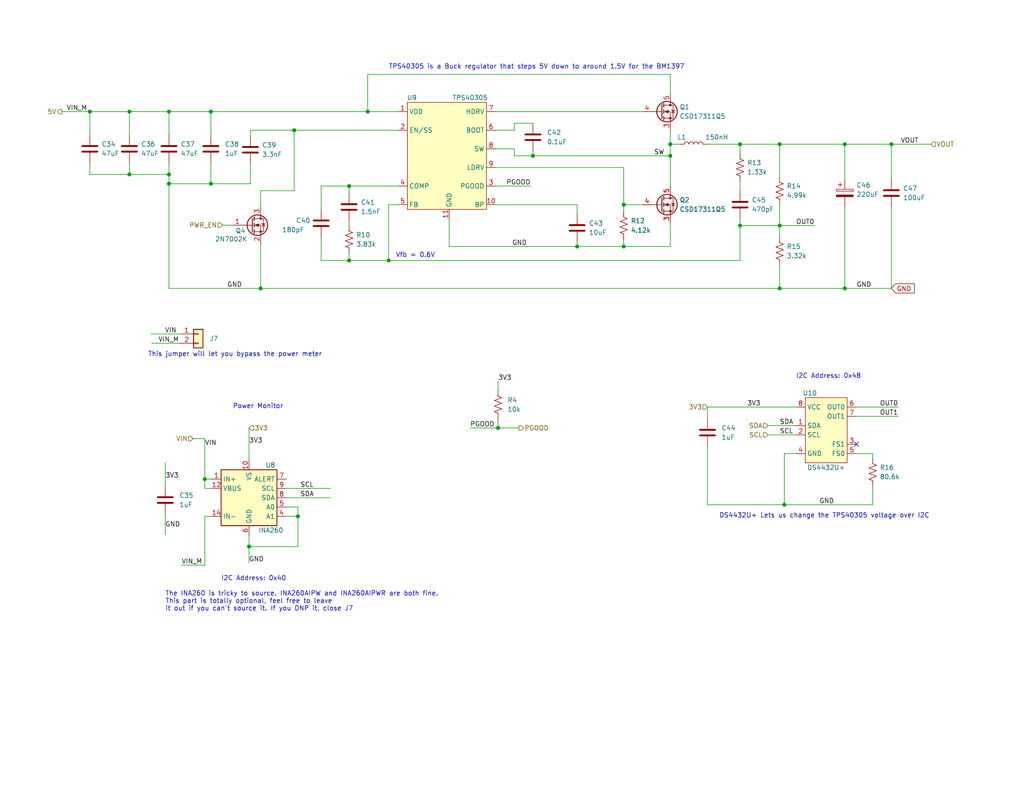
<source format=kicad_sch>
(kicad_sch
	(version 20250114)
	(generator "eeschema")
	(generator_version "9.0")
	(uuid "d3eaf28f-d55a-4d77-ac4e-fd16c6984c1a")
	(paper "A")
	(title_block
		(date "2023-12-10")
		(rev "204")
	)
	(lib_symbols
		(symbol "Connector_Generic:Conn_01x02"
			(pin_names
				(offset 1.016)
				(hide yes)
			)
			(exclude_from_sim no)
			(in_bom yes)
			(on_board yes)
			(property "Reference" "J"
				(at 0 2.54 0)
				(effects
					(font
						(size 1.27 1.27)
					)
				)
			)
			(property "Value" "Conn_01x02"
				(at 0 -5.08 0)
				(effects
					(font
						(size 1.27 1.27)
					)
				)
			)
			(property "Footprint" ""
				(at 0 0 0)
				(effects
					(font
						(size 1.27 1.27)
					)
					(hide yes)
				)
			)
			(property "Datasheet" "~"
				(at 0 0 0)
				(effects
					(font
						(size 1.27 1.27)
					)
					(hide yes)
				)
			)
			(property "Description" "Generic connector, single row, 01x02, script generated (kicad-library-utils/schlib/autogen/connector/)"
				(at 0 0 0)
				(effects
					(font
						(size 1.27 1.27)
					)
					(hide yes)
				)
			)
			(property "ki_keywords" "connector"
				(at 0 0 0)
				(effects
					(font
						(size 1.27 1.27)
					)
					(hide yes)
				)
			)
			(property "ki_fp_filters" "Connector*:*_1x??_*"
				(at 0 0 0)
				(effects
					(font
						(size 1.27 1.27)
					)
					(hide yes)
				)
			)
			(symbol "Conn_01x02_1_1"
				(rectangle
					(start -1.27 1.27)
					(end 1.27 -3.81)
					(stroke
						(width 0.254)
						(type default)
					)
					(fill
						(type background)
					)
				)
				(rectangle
					(start -1.27 0.127)
					(end 0 -0.127)
					(stroke
						(width 0.1524)
						(type default)
					)
					(fill
						(type none)
					)
				)
				(rectangle
					(start -1.27 -2.413)
					(end 0 -2.667)
					(stroke
						(width 0.1524)
						(type default)
					)
					(fill
						(type none)
					)
				)
				(pin passive line
					(at -5.08 0 0)
					(length 3.81)
					(name "Pin_1"
						(effects
							(font
								(size 1.27 1.27)
							)
						)
					)
					(number "1"
						(effects
							(font
								(size 1.27 1.27)
							)
						)
					)
				)
				(pin passive line
					(at -5.08 -2.54 0)
					(length 3.81)
					(name "Pin_2"
						(effects
							(font
								(size 1.27 1.27)
							)
						)
					)
					(number "2"
						(effects
							(font
								(size 1.27 1.27)
							)
						)
					)
				)
			)
			(embedded_fonts no)
		)
		(symbol "Device:C"
			(pin_numbers
				(hide yes)
			)
			(pin_names
				(offset 0.254)
			)
			(exclude_from_sim no)
			(in_bom yes)
			(on_board yes)
			(property "Reference" "C"
				(at 0.635 2.54 0)
				(effects
					(font
						(size 1.27 1.27)
					)
					(justify left)
				)
			)
			(property "Value" "C"
				(at 0.635 -2.54 0)
				(effects
					(font
						(size 1.27 1.27)
					)
					(justify left)
				)
			)
			(property "Footprint" ""
				(at 0.9652 -3.81 0)
				(effects
					(font
						(size 1.27 1.27)
					)
					(hide yes)
				)
			)
			(property "Datasheet" "~"
				(at 0 0 0)
				(effects
					(font
						(size 1.27 1.27)
					)
					(hide yes)
				)
			)
			(property "Description" "Unpolarized capacitor"
				(at 0 0 0)
				(effects
					(font
						(size 1.27 1.27)
					)
					(hide yes)
				)
			)
			(property "ki_keywords" "cap capacitor"
				(at 0 0 0)
				(effects
					(font
						(size 1.27 1.27)
					)
					(hide yes)
				)
			)
			(property "ki_fp_filters" "C_*"
				(at 0 0 0)
				(effects
					(font
						(size 1.27 1.27)
					)
					(hide yes)
				)
			)
			(symbol "C_0_1"
				(polyline
					(pts
						(xy -2.032 0.762) (xy 2.032 0.762)
					)
					(stroke
						(width 0.508)
						(type default)
					)
					(fill
						(type none)
					)
				)
				(polyline
					(pts
						(xy -2.032 -0.762) (xy 2.032 -0.762)
					)
					(stroke
						(width 0.508)
						(type default)
					)
					(fill
						(type none)
					)
				)
			)
			(symbol "C_1_1"
				(pin passive line
					(at 0 3.81 270)
					(length 2.794)
					(name "~"
						(effects
							(font
								(size 1.27 1.27)
							)
						)
					)
					(number "1"
						(effects
							(font
								(size 1.27 1.27)
							)
						)
					)
				)
				(pin passive line
					(at 0 -3.81 90)
					(length 2.794)
					(name "~"
						(effects
							(font
								(size 1.27 1.27)
							)
						)
					)
					(number "2"
						(effects
							(font
								(size 1.27 1.27)
							)
						)
					)
				)
			)
			(embedded_fonts no)
		)
		(symbol "Device:C_Polarized"
			(pin_numbers
				(hide yes)
			)
			(pin_names
				(offset 0.254)
			)
			(exclude_from_sim no)
			(in_bom yes)
			(on_board yes)
			(property "Reference" "C"
				(at 0.635 2.54 0)
				(effects
					(font
						(size 1.27 1.27)
					)
					(justify left)
				)
			)
			(property "Value" "C_Polarized"
				(at 0.635 -2.54 0)
				(effects
					(font
						(size 1.27 1.27)
					)
					(justify left)
				)
			)
			(property "Footprint" ""
				(at 0.9652 -3.81 0)
				(effects
					(font
						(size 1.27 1.27)
					)
					(hide yes)
				)
			)
			(property "Datasheet" "~"
				(at 0 0 0)
				(effects
					(font
						(size 1.27 1.27)
					)
					(hide yes)
				)
			)
			(property "Description" "Polarized capacitor"
				(at 0 0 0)
				(effects
					(font
						(size 1.27 1.27)
					)
					(hide yes)
				)
			)
			(property "ki_keywords" "cap capacitor"
				(at 0 0 0)
				(effects
					(font
						(size 1.27 1.27)
					)
					(hide yes)
				)
			)
			(property "ki_fp_filters" "CP_*"
				(at 0 0 0)
				(effects
					(font
						(size 1.27 1.27)
					)
					(hide yes)
				)
			)
			(symbol "C_Polarized_0_1"
				(rectangle
					(start -2.286 0.508)
					(end 2.286 1.016)
					(stroke
						(width 0)
						(type default)
					)
					(fill
						(type none)
					)
				)
				(polyline
					(pts
						(xy -1.778 2.286) (xy -0.762 2.286)
					)
					(stroke
						(width 0)
						(type default)
					)
					(fill
						(type none)
					)
				)
				(polyline
					(pts
						(xy -1.27 2.794) (xy -1.27 1.778)
					)
					(stroke
						(width 0)
						(type default)
					)
					(fill
						(type none)
					)
				)
				(rectangle
					(start 2.286 -0.508)
					(end -2.286 -1.016)
					(stroke
						(width 0)
						(type default)
					)
					(fill
						(type outline)
					)
				)
			)
			(symbol "C_Polarized_1_1"
				(pin passive line
					(at 0 3.81 270)
					(length 2.794)
					(name "~"
						(effects
							(font
								(size 1.27 1.27)
							)
						)
					)
					(number "1"
						(effects
							(font
								(size 1.27 1.27)
							)
						)
					)
				)
				(pin passive line
					(at 0 -3.81 90)
					(length 2.794)
					(name "~"
						(effects
							(font
								(size 1.27 1.27)
							)
						)
					)
					(number "2"
						(effects
							(font
								(size 1.27 1.27)
							)
						)
					)
				)
			)
			(embedded_fonts no)
		)
		(symbol "Device:L"
			(pin_numbers
				(hide yes)
			)
			(pin_names
				(offset 1.016)
				(hide yes)
			)
			(exclude_from_sim no)
			(in_bom yes)
			(on_board yes)
			(property "Reference" "L"
				(at -1.27 0 90)
				(effects
					(font
						(size 1.27 1.27)
					)
				)
			)
			(property "Value" "L"
				(at 1.905 0 90)
				(effects
					(font
						(size 1.27 1.27)
					)
				)
			)
			(property "Footprint" ""
				(at 0 0 0)
				(effects
					(font
						(size 1.27 1.27)
					)
					(hide yes)
				)
			)
			(property "Datasheet" "~"
				(at 0 0 0)
				(effects
					(font
						(size 1.27 1.27)
					)
					(hide yes)
				)
			)
			(property "Description" "Inductor"
				(at 0 0 0)
				(effects
					(font
						(size 1.27 1.27)
					)
					(hide yes)
				)
			)
			(property "ki_keywords" "inductor choke coil reactor magnetic"
				(at 0 0 0)
				(effects
					(font
						(size 1.27 1.27)
					)
					(hide yes)
				)
			)
			(property "ki_fp_filters" "Choke_* *Coil* Inductor_* L_*"
				(at 0 0 0)
				(effects
					(font
						(size 1.27 1.27)
					)
					(hide yes)
				)
			)
			(symbol "L_0_1"
				(arc
					(start 0 2.54)
					(mid 0.6323 1.905)
					(end 0 1.27)
					(stroke
						(width 0)
						(type default)
					)
					(fill
						(type none)
					)
				)
				(arc
					(start 0 1.27)
					(mid 0.6323 0.635)
					(end 0 0)
					(stroke
						(width 0)
						(type default)
					)
					(fill
						(type none)
					)
				)
				(arc
					(start 0 0)
					(mid 0.6323 -0.635)
					(end 0 -1.27)
					(stroke
						(width 0)
						(type default)
					)
					(fill
						(type none)
					)
				)
				(arc
					(start 0 -1.27)
					(mid 0.6323 -1.905)
					(end 0 -2.54)
					(stroke
						(width 0)
						(type default)
					)
					(fill
						(type none)
					)
				)
			)
			(symbol "L_1_1"
				(pin passive line
					(at 0 3.81 270)
					(length 1.27)
					(name "1"
						(effects
							(font
								(size 1.27 1.27)
							)
						)
					)
					(number "1"
						(effects
							(font
								(size 1.27 1.27)
							)
						)
					)
				)
				(pin passive line
					(at 0 -3.81 90)
					(length 1.27)
					(name "2"
						(effects
							(font
								(size 1.27 1.27)
							)
						)
					)
					(number "2"
						(effects
							(font
								(size 1.27 1.27)
							)
						)
					)
				)
			)
			(embedded_fonts no)
		)
		(symbol "Device:R_US"
			(pin_numbers
				(hide yes)
			)
			(pin_names
				(offset 0)
			)
			(exclude_from_sim no)
			(in_bom yes)
			(on_board yes)
			(property "Reference" "R"
				(at 2.54 0 90)
				(effects
					(font
						(size 1.27 1.27)
					)
				)
			)
			(property "Value" "R_US"
				(at -2.54 0 90)
				(effects
					(font
						(size 1.27 1.27)
					)
				)
			)
			(property "Footprint" ""
				(at 1.016 -0.254 90)
				(effects
					(font
						(size 1.27 1.27)
					)
					(hide yes)
				)
			)
			(property "Datasheet" "~"
				(at 0 0 0)
				(effects
					(font
						(size 1.27 1.27)
					)
					(hide yes)
				)
			)
			(property "Description" "Resistor, US symbol"
				(at 0 0 0)
				(effects
					(font
						(size 1.27 1.27)
					)
					(hide yes)
				)
			)
			(property "ki_keywords" "R res resistor"
				(at 0 0 0)
				(effects
					(font
						(size 1.27 1.27)
					)
					(hide yes)
				)
			)
			(property "ki_fp_filters" "R_*"
				(at 0 0 0)
				(effects
					(font
						(size 1.27 1.27)
					)
					(hide yes)
				)
			)
			(symbol "R_US_0_1"
				(polyline
					(pts
						(xy 0 2.286) (xy 0 2.54)
					)
					(stroke
						(width 0)
						(type default)
					)
					(fill
						(type none)
					)
				)
				(polyline
					(pts
						(xy 0 2.286) (xy 1.016 1.905) (xy 0 1.524) (xy -1.016 1.143) (xy 0 0.762)
					)
					(stroke
						(width 0)
						(type default)
					)
					(fill
						(type none)
					)
				)
				(polyline
					(pts
						(xy 0 0.762) (xy 1.016 0.381) (xy 0 0) (xy -1.016 -0.381) (xy 0 -0.762)
					)
					(stroke
						(width 0)
						(type default)
					)
					(fill
						(type none)
					)
				)
				(polyline
					(pts
						(xy 0 -0.762) (xy 1.016 -1.143) (xy 0 -1.524) (xy -1.016 -1.905) (xy 0 -2.286)
					)
					(stroke
						(width 0)
						(type default)
					)
					(fill
						(type none)
					)
				)
				(polyline
					(pts
						(xy 0 -2.286) (xy 0 -2.54)
					)
					(stroke
						(width 0)
						(type default)
					)
					(fill
						(type none)
					)
				)
			)
			(symbol "R_US_1_1"
				(pin passive line
					(at 0 3.81 270)
					(length 1.27)
					(name "~"
						(effects
							(font
								(size 1.27 1.27)
							)
						)
					)
					(number "1"
						(effects
							(font
								(size 1.27 1.27)
							)
						)
					)
				)
				(pin passive line
					(at 0 -3.81 90)
					(length 1.27)
					(name "~"
						(effects
							(font
								(size 1.27 1.27)
							)
						)
					)
					(number "2"
						(effects
							(font
								(size 1.27 1.27)
							)
						)
					)
				)
			)
			(embedded_fonts no)
		)
		(symbol "Sensor:INA260"
			(exclude_from_sim no)
			(in_bom yes)
			(on_board yes)
			(property "Reference" "U"
				(at -6.35 8.89 0)
				(effects
					(font
						(size 1.27 1.27)
					)
				)
			)
			(property "Value" "INA260"
				(at 2.54 8.89 0)
				(effects
					(font
						(size 1.27 1.27)
					)
					(justify left)
				)
			)
			(property "Footprint" "Package_SO:TSSOP-16_4.4x5mm_P0.65mm"
				(at 0 -15.24 0)
				(effects
					(font
						(size 1.27 1.27)
					)
					(hide yes)
				)
			)
			(property "Datasheet" "http://www.ti.com/lit/ds/symlink/ina260.pdf"
				(at 0 -2.54 0)
				(effects
					(font
						(size 1.27 1.27)
					)
					(hide yes)
				)
			)
			(property "Description" "Current/power/voltage monitor with Integrated 2mΩ Shunt Resistor, 2.7V - 5.5V, I2C, TSSOP-16"
				(at 0 0 0)
				(effects
					(font
						(size 1.27 1.27)
					)
					(hide yes)
				)
			)
			(property "ki_keywords" "Current/power/voltage monitor"
				(at 0 0 0)
				(effects
					(font
						(size 1.27 1.27)
					)
					(hide yes)
				)
			)
			(property "ki_fp_filters" "TSSOP*4.4x5mm*P0.65mm*"
				(at 0 0 0)
				(effects
					(font
						(size 1.27 1.27)
					)
					(hide yes)
				)
			)
			(symbol "INA260_0_1"
				(rectangle
					(start -7.62 7.62)
					(end 7.62 -7.62)
					(stroke
						(width 0.254)
						(type default)
					)
					(fill
						(type background)
					)
				)
			)
			(symbol "INA260_1_1"
				(pin passive line
					(at -10.16 5.08 0)
					(length 2.54)
					(name "IN+"
						(effects
							(font
								(size 1.27 1.27)
							)
						)
					)
					(number "1"
						(effects
							(font
								(size 1.27 1.27)
							)
						)
					)
				)
				(pin passive line
					(at -10.16 5.08 0)
					(length 2.54)
					(hide yes)
					(name "IN+"
						(effects
							(font
								(size 1.27 1.27)
							)
						)
					)
					(number "2"
						(effects
							(font
								(size 1.27 1.27)
							)
						)
					)
				)
				(pin passive line
					(at -10.16 5.08 0)
					(length 2.54)
					(hide yes)
					(name "IN+"
						(effects
							(font
								(size 1.27 1.27)
							)
						)
					)
					(number "3"
						(effects
							(font
								(size 1.27 1.27)
							)
						)
					)
				)
				(pin passive line
					(at -10.16 2.54 0)
					(length 2.54)
					(name "VBUS"
						(effects
							(font
								(size 1.27 1.27)
							)
						)
					)
					(number "12"
						(effects
							(font
								(size 1.27 1.27)
							)
						)
					)
				)
				(pin passive line
					(at -10.16 -5.08 0)
					(length 2.54)
					(name "IN-"
						(effects
							(font
								(size 1.27 1.27)
							)
						)
					)
					(number "14"
						(effects
							(font
								(size 1.27 1.27)
							)
						)
					)
				)
				(pin passive line
					(at -10.16 -5.08 0)
					(length 2.54)
					(hide yes)
					(name "IN-"
						(effects
							(font
								(size 1.27 1.27)
							)
						)
					)
					(number "15"
						(effects
							(font
								(size 1.27 1.27)
							)
						)
					)
				)
				(pin passive line
					(at -10.16 -5.08 0)
					(length 2.54)
					(hide yes)
					(name "IN-"
						(effects
							(font
								(size 1.27 1.27)
							)
						)
					)
					(number "16"
						(effects
							(font
								(size 1.27 1.27)
							)
						)
					)
				)
				(pin power_in line
					(at 0 10.16 270)
					(length 2.54)
					(name "VS"
						(effects
							(font
								(size 1.27 1.27)
							)
						)
					)
					(number "10"
						(effects
							(font
								(size 1.27 1.27)
							)
						)
					)
				)
				(pin passive line
					(at 0 -10.16 90)
					(length 2.54)
					(hide yes)
					(name "GND"
						(effects
							(font
								(size 1.27 1.27)
							)
						)
					)
					(number "11"
						(effects
							(font
								(size 1.27 1.27)
							)
						)
					)
				)
				(pin power_in line
					(at 0 -10.16 90)
					(length 2.54)
					(name "GND"
						(effects
							(font
								(size 1.27 1.27)
							)
						)
					)
					(number "6"
						(effects
							(font
								(size 1.27 1.27)
							)
						)
					)
				)
				(pin no_connect line
					(at 2.54 -7.62 90)
					(length 2.54)
					(hide yes)
					(name "NC"
						(effects
							(font
								(size 1.27 1.27)
							)
						)
					)
					(number "13"
						(effects
							(font
								(size 1.27 1.27)
							)
						)
					)
				)
				(pin open_collector line
					(at 10.16 5.08 180)
					(length 2.54)
					(name "ALERT"
						(effects
							(font
								(size 1.27 1.27)
							)
						)
					)
					(number "7"
						(effects
							(font
								(size 1.27 1.27)
							)
						)
					)
				)
				(pin input line
					(at 10.16 2.54 180)
					(length 2.54)
					(name "SCL"
						(effects
							(font
								(size 1.27 1.27)
							)
						)
					)
					(number "9"
						(effects
							(font
								(size 1.27 1.27)
							)
						)
					)
				)
				(pin bidirectional line
					(at 10.16 0 180)
					(length 2.54)
					(name "SDA"
						(effects
							(font
								(size 1.27 1.27)
							)
						)
					)
					(number "8"
						(effects
							(font
								(size 1.27 1.27)
							)
						)
					)
				)
				(pin input line
					(at 10.16 -2.54 180)
					(length 2.54)
					(name "A0"
						(effects
							(font
								(size 1.27 1.27)
							)
						)
					)
					(number "5"
						(effects
							(font
								(size 1.27 1.27)
							)
						)
					)
				)
				(pin input line
					(at 10.16 -5.08 180)
					(length 2.54)
					(name "A1"
						(effects
							(font
								(size 1.27 1.27)
							)
						)
					)
					(number "4"
						(effects
							(font
								(size 1.27 1.27)
							)
						)
					)
				)
			)
			(embedded_fonts no)
		)
		(symbol "Transistor_FET:2N7002K"
			(pin_names
				(hide yes)
			)
			(exclude_from_sim no)
			(in_bom yes)
			(on_board yes)
			(property "Reference" "Q"
				(at 5.08 1.905 0)
				(effects
					(font
						(size 1.27 1.27)
					)
					(justify left)
				)
			)
			(property "Value" "2N7002K"
				(at 5.08 0 0)
				(effects
					(font
						(size 1.27 1.27)
					)
					(justify left)
				)
			)
			(property "Footprint" "Package_TO_SOT_SMD:SOT-23"
				(at 5.08 -1.905 0)
				(effects
					(font
						(size 1.27 1.27)
						(italic yes)
					)
					(justify left)
					(hide yes)
				)
			)
			(property "Datasheet" "https://www.diodes.com/assets/Datasheets/ds30896.pdf"
				(at 0 0 0)
				(effects
					(font
						(size 1.27 1.27)
					)
					(justify left)
					(hide yes)
				)
			)
			(property "Description" "0.38A Id, 60V Vds, N-Channel MOSFET, SOT-23"
				(at 0 0 0)
				(effects
					(font
						(size 1.27 1.27)
					)
					(hide yes)
				)
			)
			(property "ki_keywords" "N-Channel MOSFET"
				(at 0 0 0)
				(effects
					(font
						(size 1.27 1.27)
					)
					(hide yes)
				)
			)
			(property "ki_fp_filters" "SOT?23*"
				(at 0 0 0)
				(effects
					(font
						(size 1.27 1.27)
					)
					(hide yes)
				)
			)
			(symbol "2N7002K_0_1"
				(polyline
					(pts
						(xy 0.254 1.905) (xy 0.254 -1.905)
					)
					(stroke
						(width 0.254)
						(type default)
					)
					(fill
						(type none)
					)
				)
				(polyline
					(pts
						(xy 0.254 0) (xy -2.54 0)
					)
					(stroke
						(width 0)
						(type default)
					)
					(fill
						(type none)
					)
				)
				(polyline
					(pts
						(xy 0.762 2.286) (xy 0.762 1.27)
					)
					(stroke
						(width 0.254)
						(type default)
					)
					(fill
						(type none)
					)
				)
				(polyline
					(pts
						(xy 0.762 0.508) (xy 0.762 -0.508)
					)
					(stroke
						(width 0.254)
						(type default)
					)
					(fill
						(type none)
					)
				)
				(polyline
					(pts
						(xy 0.762 -1.27) (xy 0.762 -2.286)
					)
					(stroke
						(width 0.254)
						(type default)
					)
					(fill
						(type none)
					)
				)
				(polyline
					(pts
						(xy 0.762 -1.778) (xy 3.302 -1.778) (xy 3.302 1.778) (xy 0.762 1.778)
					)
					(stroke
						(width 0)
						(type default)
					)
					(fill
						(type none)
					)
				)
				(polyline
					(pts
						(xy 1.016 0) (xy 2.032 0.381) (xy 2.032 -0.381) (xy 1.016 0)
					)
					(stroke
						(width 0)
						(type default)
					)
					(fill
						(type outline)
					)
				)
				(circle
					(center 1.651 0)
					(radius 2.794)
					(stroke
						(width 0.254)
						(type default)
					)
					(fill
						(type none)
					)
				)
				(polyline
					(pts
						(xy 2.54 2.54) (xy 2.54 1.778)
					)
					(stroke
						(width 0)
						(type default)
					)
					(fill
						(type none)
					)
				)
				(circle
					(center 2.54 1.778)
					(radius 0.254)
					(stroke
						(width 0)
						(type default)
					)
					(fill
						(type outline)
					)
				)
				(circle
					(center 2.54 -1.778)
					(radius 0.254)
					(stroke
						(width 0)
						(type default)
					)
					(fill
						(type outline)
					)
				)
				(polyline
					(pts
						(xy 2.54 -2.54) (xy 2.54 0) (xy 0.762 0)
					)
					(stroke
						(width 0)
						(type default)
					)
					(fill
						(type none)
					)
				)
				(polyline
					(pts
						(xy 2.794 0.508) (xy 2.921 0.381) (xy 3.683 0.381) (xy 3.81 0.254)
					)
					(stroke
						(width 0)
						(type default)
					)
					(fill
						(type none)
					)
				)
				(polyline
					(pts
						(xy 3.302 0.381) (xy 2.921 -0.254) (xy 3.683 -0.254) (xy 3.302 0.381)
					)
					(stroke
						(width 0)
						(type default)
					)
					(fill
						(type none)
					)
				)
			)
			(symbol "2N7002K_1_1"
				(pin input line
					(at -5.08 0 0)
					(length 2.54)
					(name "G"
						(effects
							(font
								(size 1.27 1.27)
							)
						)
					)
					(number "1"
						(effects
							(font
								(size 1.27 1.27)
							)
						)
					)
				)
				(pin passive line
					(at 2.54 5.08 270)
					(length 2.54)
					(name "D"
						(effects
							(font
								(size 1.27 1.27)
							)
						)
					)
					(number "3"
						(effects
							(font
								(size 1.27 1.27)
							)
						)
					)
				)
				(pin passive line
					(at 2.54 -5.08 90)
					(length 2.54)
					(name "S"
						(effects
							(font
								(size 1.27 1.27)
							)
						)
					)
					(number "2"
						(effects
							(font
								(size 1.27 1.27)
							)
						)
					)
				)
			)
			(embedded_fonts no)
		)
		(symbol "bitaxe:DS4432U+"
			(exclude_from_sim no)
			(in_bom yes)
			(on_board yes)
			(property "Reference" "U10"
				(at -5.08 10.16 0)
				(effects
					(font
						(size 1.27 1.27)
					)
				)
			)
			(property "Value" "DS4432U+"
				(at -0.635 -10.16 0)
				(effects
					(font
						(size 1.27 1.27)
					)
				)
			)
			(property "Footprint" "Package_SO:TSSOP-8_3x3mm_P0.65mm"
				(at 0 0 0)
				(effects
					(font
						(size 1.27 1.27)
					)
					(hide yes)
				)
			)
			(property "Datasheet" "https://datasheets.maximintegrated.com/en/ds/DS4432.pdf"
				(at 0 0 0)
				(effects
					(font
						(size 1.27 1.27)
					)
					(hide yes)
				)
			)
			(property "Description" ""
				(at 0 0 0)
				(effects
					(font
						(size 1.27 1.27)
					)
					(hide yes)
				)
			)
			(property "PARTNO" "DS4432U+"
				(at 0 0 0)
				(effects
					(font
						(size 1.27 1.27)
					)
					(hide yes)
				)
			)
			(property "DK" "DS4432U+-ND"
				(at 0 0 0)
				(effects
					(font
						(size 1.27 1.27)
					)
					(hide yes)
				)
			)
			(symbol "DS4432U+_0_1"
				(rectangle
					(start -6.35 8.89)
					(end 5.08 -8.89)
					(stroke
						(width 0.1524)
						(type default)
					)
					(fill
						(type background)
					)
				)
			)
			(symbol "DS4432U+_1_1"
				(pin power_in line
					(at -8.89 6.35 0)
					(length 2.54)
					(name "VCC"
						(effects
							(font
								(size 1.27 1.27)
							)
						)
					)
					(number "8"
						(effects
							(font
								(size 1.27 1.27)
							)
						)
					)
				)
				(pin input line
					(at -8.89 1.27 0)
					(length 2.54)
					(name "SDA"
						(effects
							(font
								(size 1.27 1.27)
							)
						)
					)
					(number "1"
						(effects
							(font
								(size 1.27 1.27)
							)
						)
					)
				)
				(pin input line
					(at -8.89 -1.27 0)
					(length 2.54)
					(name "SCL"
						(effects
							(font
								(size 1.27 1.27)
							)
						)
					)
					(number "2"
						(effects
							(font
								(size 1.27 1.27)
							)
						)
					)
				)
				(pin power_in line
					(at -8.89 -6.35 0)
					(length 2.54)
					(name "GND"
						(effects
							(font
								(size 1.27 1.27)
							)
						)
					)
					(number "4"
						(effects
							(font
								(size 1.27 1.27)
							)
						)
					)
				)
				(pin output line
					(at 7.62 6.35 180)
					(length 2.54)
					(name "OUT0"
						(effects
							(font
								(size 1.27 1.27)
							)
						)
					)
					(number "6"
						(effects
							(font
								(size 1.27 1.27)
							)
						)
					)
				)
				(pin output line
					(at 7.62 3.81 180)
					(length 2.54)
					(name "OUT1"
						(effects
							(font
								(size 1.27 1.27)
							)
						)
					)
					(number "7"
						(effects
							(font
								(size 1.27 1.27)
							)
						)
					)
				)
				(pin input line
					(at 7.62 -3.81 180)
					(length 2.54)
					(name "FS1"
						(effects
							(font
								(size 1.27 1.27)
							)
						)
					)
					(number "3"
						(effects
							(font
								(size 1.27 1.27)
							)
						)
					)
				)
				(pin input line
					(at 7.62 -6.35 180)
					(length 2.54)
					(name "FS0"
						(effects
							(font
								(size 1.27 1.27)
							)
						)
					)
					(number "5"
						(effects
							(font
								(size 1.27 1.27)
							)
						)
					)
				)
			)
			(embedded_fonts no)
		)
		(symbol "bitaxe:Q_NMOS_CSD17311Q5_1"
			(pin_names
				(offset 0)
				(hide yes)
			)
			(exclude_from_sim no)
			(in_bom yes)
			(on_board yes)
			(property "Reference" "Q1"
				(at 5.08 1.27 0)
				(effects
					(font
						(size 1.27 1.27)
					)
					(justify left)
				)
			)
			(property "Value" "CSD17311Q5"
				(at 5.08 -1.27 0)
				(effects
					(font
						(size 1.27 1.27)
					)
					(justify left)
				)
			)
			(property "Footprint" "TPS40305_supply:CSD17311Q5"
				(at 5.08 2.54 0)
				(effects
					(font
						(size 1.27 1.27)
					)
					(hide yes)
				)
			)
			(property "Datasheet" "https://www.ti.com/lit/ds/symlink/csd17311q5.pdf"
				(at 0 0 0)
				(effects
					(font
						(size 1.27 1.27)
					)
					(hide yes)
				)
			)
			(property "Description" "N-MOSFET transistor, drain/gate/source"
				(at 0 0 0)
				(effects
					(font
						(size 1.27 1.27)
					)
					(hide yes)
				)
			)
			(property "DK" "296-27625-1-ND"
				(at 0 0 0)
				(effects
					(font
						(size 1.27 1.27)
					)
					(hide yes)
				)
			)
			(property "PARTNO" "CSD17311Q5"
				(at 0 0 0)
				(effects
					(font
						(size 1.27 1.27)
					)
					(hide yes)
				)
			)
			(property "ki_keywords" "transistor NMOS N-MOS N-MOSFET"
				(at 0 0 0)
				(effects
					(font
						(size 1.27 1.27)
					)
					(hide yes)
				)
			)
			(symbol "Q_NMOS_CSD17311Q5_1_0_1"
				(polyline
					(pts
						(xy 0.254 1.905) (xy 0.254 -1.905)
					)
					(stroke
						(width 0.254)
						(type default)
					)
					(fill
						(type none)
					)
				)
				(polyline
					(pts
						(xy 0.254 0) (xy -2.54 0)
					)
					(stroke
						(width 0)
						(type default)
					)
					(fill
						(type none)
					)
				)
				(polyline
					(pts
						(xy 0.762 2.286) (xy 0.762 1.27)
					)
					(stroke
						(width 0.254)
						(type default)
					)
					(fill
						(type none)
					)
				)
				(polyline
					(pts
						(xy 0.762 0.508) (xy 0.762 -0.508)
					)
					(stroke
						(width 0.254)
						(type default)
					)
					(fill
						(type none)
					)
				)
				(polyline
					(pts
						(xy 0.762 -1.27) (xy 0.762 -2.286)
					)
					(stroke
						(width 0.254)
						(type default)
					)
					(fill
						(type none)
					)
				)
				(polyline
					(pts
						(xy 0.762 -1.778) (xy 3.302 -1.778) (xy 3.302 1.778) (xy 0.762 1.778)
					)
					(stroke
						(width 0)
						(type default)
					)
					(fill
						(type none)
					)
				)
				(polyline
					(pts
						(xy 1.016 0) (xy 2.032 0.381) (xy 2.032 -0.381) (xy 1.016 0)
					)
					(stroke
						(width 0)
						(type default)
					)
					(fill
						(type outline)
					)
				)
				(circle
					(center 1.651 0)
					(radius 2.794)
					(stroke
						(width 0.254)
						(type default)
					)
					(fill
						(type none)
					)
				)
				(polyline
					(pts
						(xy 2.54 2.54) (xy 2.54 1.778)
					)
					(stroke
						(width 0)
						(type default)
					)
					(fill
						(type none)
					)
				)
				(circle
					(center 2.54 1.778)
					(radius 0.254)
					(stroke
						(width 0)
						(type default)
					)
					(fill
						(type outline)
					)
				)
				(circle
					(center 2.54 -1.778)
					(radius 0.254)
					(stroke
						(width 0)
						(type default)
					)
					(fill
						(type outline)
					)
				)
				(polyline
					(pts
						(xy 2.54 -2.54) (xy 2.54 0) (xy 0.762 0)
					)
					(stroke
						(width 0)
						(type default)
					)
					(fill
						(type none)
					)
				)
				(polyline
					(pts
						(xy 2.794 0.508) (xy 2.921 0.381) (xy 3.683 0.381) (xy 3.81 0.254)
					)
					(stroke
						(width 0)
						(type default)
					)
					(fill
						(type none)
					)
				)
				(polyline
					(pts
						(xy 3.302 0.381) (xy 2.921 -0.254) (xy 3.683 -0.254) (xy 3.302 0.381)
					)
					(stroke
						(width 0)
						(type default)
					)
					(fill
						(type none)
					)
				)
			)
			(symbol "Q_NMOS_CSD17311Q5_1_1_1"
				(pin input line
					(at -5.08 0 0)
					(length 2.54)
					(name "G"
						(effects
							(font
								(size 1.27 1.27)
							)
						)
					)
					(number "4"
						(effects
							(font
								(size 1.27 1.27)
							)
						)
					)
				)
				(pin passive line
					(at 2.54 5.08 270)
					(length 2.54)
					(name "D"
						(effects
							(font
								(size 1.27 1.27)
							)
						)
					)
					(number "5"
						(effects
							(font
								(size 1.27 1.27)
							)
						)
					)
				)
				(pin passive line
					(at 2.54 -5.08 90)
					(length 2.54)
					(hide yes)
					(name ""
						(effects
							(font
								(size 1.27 1.27)
							)
						)
					)
					(number "1"
						(effects
							(font
								(size 1.27 1.27)
							)
						)
					)
				)
				(pin passive line
					(at 2.54 -5.08 90)
					(length 2.54)
					(hide yes)
					(name ""
						(effects
							(font
								(size 1.27 1.27)
							)
						)
					)
					(number "2"
						(effects
							(font
								(size 1.27 1.27)
							)
						)
					)
				)
				(pin passive line
					(at 2.54 -5.08 90)
					(length 2.54)
					(name "S"
						(effects
							(font
								(size 1.27 1.27)
							)
						)
					)
					(number "3"
						(effects
							(font
								(size 1.27 1.27)
							)
						)
					)
				)
			)
			(embedded_fonts no)
		)
		(symbol "bitaxe:TPS40305"
			(exclude_from_sim no)
			(in_bom yes)
			(on_board yes)
			(property "Reference" "U9"
				(at -10.16 16.51 0)
				(effects
					(font
						(size 1.27 1.27)
					)
				)
			)
			(property "Value" "TPS40305"
				(at 5.715 16.51 0)
				(effects
					(font
						(size 1.27 1.27)
					)
				)
			)
			(property "Footprint" "TPS40305_supply:TPS40305"
				(at -13.97 -11.43 0)
				(effects
					(font
						(size 1.27 1.27)
					)
					(hide yes)
				)
			)
			(property "Datasheet" "https://www.ti.com/lit/ds/symlink/tps40303.pdf"
				(at -13.97 -11.43 0)
				(effects
					(font
						(size 1.27 1.27)
					)
					(hide yes)
				)
			)
			(property "Description" ""
				(at 0 0 0)
				(effects
					(font
						(size 1.27 1.27)
					)
					(hide yes)
				)
			)
			(property "DK" "296-37445-1-ND"
				(at 0 0 0)
				(effects
					(font
						(size 1.27 1.27)
					)
					(hide yes)
				)
			)
			(property "PARTNO" "TPS40305DRCR"
				(at 0 0 0)
				(effects
					(font
						(size 1.27 1.27)
					)
					(hide yes)
				)
			)
			(symbol "TPS40305_0_1"
				(rectangle
					(start -11.43 15.24)
					(end 10.16 -13.97)
					(stroke
						(width 0.1524)
						(type default)
					)
					(fill
						(type background)
					)
				)
			)
			(symbol "TPS40305_1_1"
				(pin input line
					(at -13.97 12.7 0)
					(length 2.54)
					(name "VDD"
						(effects
							(font
								(size 1.27 1.27)
							)
						)
					)
					(number "1"
						(effects
							(font
								(size 1.27 1.27)
							)
						)
					)
				)
				(pin input line
					(at -13.97 7.62 0)
					(length 2.54)
					(name "EN/SS"
						(effects
							(font
								(size 1.27 1.27)
							)
						)
					)
					(number "2"
						(effects
							(font
								(size 1.27 1.27)
							)
						)
					)
				)
				(pin input line
					(at -13.97 -7.62 0)
					(length 2.54)
					(name "COMP"
						(effects
							(font
								(size 1.27 1.27)
							)
						)
					)
					(number "4"
						(effects
							(font
								(size 1.27 1.27)
							)
						)
					)
				)
				(pin input line
					(at -13.97 -12.7 0)
					(length 2.54)
					(name "FB"
						(effects
							(font
								(size 1.27 1.27)
							)
						)
					)
					(number "5"
						(effects
							(font
								(size 1.27 1.27)
							)
						)
					)
				)
				(pin input line
					(at 0 -16.51 90)
					(length 2.54)
					(name "GND"
						(effects
							(font
								(size 1.27 1.27)
							)
						)
					)
					(number "11"
						(effects
							(font
								(size 1.27 1.27)
							)
						)
					)
				)
				(pin input line
					(at 12.7 12.7 180)
					(length 2.54)
					(name "HDRV"
						(effects
							(font
								(size 1.27 1.27)
							)
						)
					)
					(number "7"
						(effects
							(font
								(size 1.27 1.27)
							)
						)
					)
				)
				(pin input line
					(at 12.7 7.62 180)
					(length 2.54)
					(name "BOOT"
						(effects
							(font
								(size 1.27 1.27)
							)
						)
					)
					(number "6"
						(effects
							(font
								(size 1.27 1.27)
							)
						)
					)
				)
				(pin input line
					(at 12.7 2.54 180)
					(length 2.54)
					(name "SW"
						(effects
							(font
								(size 1.27 1.27)
							)
						)
					)
					(number "8"
						(effects
							(font
								(size 1.27 1.27)
							)
						)
					)
				)
				(pin input line
					(at 12.7 -2.54 180)
					(length 2.54)
					(name "LDRV"
						(effects
							(font
								(size 1.27 1.27)
							)
						)
					)
					(number "9"
						(effects
							(font
								(size 1.27 1.27)
							)
						)
					)
				)
				(pin input line
					(at 12.7 -7.62 180)
					(length 2.54)
					(name "PGOOD"
						(effects
							(font
								(size 1.27 1.27)
							)
						)
					)
					(number "3"
						(effects
							(font
								(size 1.27 1.27)
							)
						)
					)
				)
				(pin input line
					(at 12.7 -12.7 180)
					(length 2.54)
					(name "BP"
						(effects
							(font
								(size 1.27 1.27)
							)
						)
					)
					(number "10"
						(effects
							(font
								(size 1.27 1.27)
							)
						)
					)
				)
			)
			(embedded_fonts no)
		)
	)
	(text "DS4432U+ Lets us change the TPS40305 voltage over I2C"
		(exclude_from_sim no)
		(at 196.215 141.605 0)
		(effects
			(font
				(size 1.27 1.27)
			)
			(justify left bottom)
		)
		(uuid "05541e83-ed40-4bc3-a1e6-ed0a30bcc452")
	)
	(text "I2C Address: 0x48"
		(exclude_from_sim no)
		(at 217.17 103.505 0)
		(effects
			(font
				(size 1.27 1.27)
			)
			(justify left bottom)
		)
		(uuid "12a679f1-4313-4ca4-8f1c-e2cb6374b594")
	)
	(text "The INA260 is tricky to source. INA260AIPW and INA260AIPWR are both fine.\nThis part is totally optional, feel free to leave \nit out if you can't source it. If you DNP it, close J7"
		(exclude_from_sim no)
		(at 45.085 167.005 0)
		(effects
			(font
				(size 1.27 1.27)
			)
			(justify left bottom)
		)
		(uuid "28aacb57-a6fc-43bb-9d91-26d348359559")
	)
	(text "Power Monitor"
		(exclude_from_sim no)
		(at 63.5 111.76 0)
		(effects
			(font
				(size 1.27 1.27)
			)
			(justify left bottom)
		)
		(uuid "291464d9-ef11-4a98-9bbc-476b98bef6ea")
	)
	(text "TPS40305 is a Buck regulator that steps 5V down to around 1.5V for the BM1397"
		(exclude_from_sim no)
		(at 106.045 19.05 0)
		(effects
			(font
				(size 1.27 1.27)
			)
			(justify left bottom)
		)
		(uuid "571660ee-1079-45b0-9d6b-76a5bbad41fc")
	)
	(text "I2C Address: 0x40"
		(exclude_from_sim no)
		(at 60.325 158.75 0)
		(effects
			(font
				(size 1.27 1.27)
			)
			(justify left bottom)
		)
		(uuid "8359e7d5-7540-4367-937b-18f67d56317e")
	)
	(text "Vfb = 0.6V"
		(exclude_from_sim no)
		(at 107.95 70.485 0)
		(effects
			(font
				(size 1.27 1.27)
			)
			(justify left bottom)
		)
		(uuid "a1c83079-b977-4c87-a0b0-104f93469af6")
	)
	(text "This jumper will let you bypass the power meter"
		(exclude_from_sim no)
		(at 40.386 97.536 0)
		(effects
			(font
				(size 1.27 1.27)
			)
			(justify left bottom)
		)
		(uuid "bc2c3943-84da-4cde-b158-ec4754c6b278")
	)
	(junction
		(at 135.89 116.84)
		(diameter 0)
		(color 0 0 0 0)
		(uuid "040f15d8-0ae1-45b1-b8a2-a8f1ff63837a")
	)
	(junction
		(at 46.101 50.165)
		(diameter 0)
		(color 0 0 0 0)
		(uuid "0512750b-38d3-4ed7-96f4-688966eb461d")
	)
	(junction
		(at 201.93 61.595)
		(diameter 0)
		(color 0 0 0 0)
		(uuid "0aef0fad-91d4-4945-805d-26affbf90a01")
	)
	(junction
		(at 46.101 47.625)
		(diameter 0)
		(color 0 0 0 0)
		(uuid "0b1d536b-5601-4952-8868-a07a0ed0b251")
	)
	(junction
		(at 213.995 137.795)
		(diameter 0)
		(color 0 0 0 0)
		(uuid "1d5609d0-8817-4f46-9e34-be6e3d5ee99c")
	)
	(junction
		(at 24.511 30.48)
		(diameter 0)
		(color 0 0 0 0)
		(uuid "2b15213a-822b-4970-b92c-2ea163ea9a4b")
	)
	(junction
		(at 145.415 42.545)
		(diameter 0)
		(color 0 0 0 0)
		(uuid "4595fcae-5205-4aed-8e73-003d149ce8a3")
	)
	(junction
		(at 182.88 42.545)
		(diameter 0)
		(color 0 0 0 0)
		(uuid "5ae586c1-9c36-452c-8744-9d524203efe0")
	)
	(junction
		(at 212.725 78.74)
		(diameter 0)
		(color 0 0 0 0)
		(uuid "6225d443-df97-4cda-95c1-92844a9bacd0")
	)
	(junction
		(at 95.25 50.8)
		(diameter 0)
		(color 0 0 0 0)
		(uuid "643ad3a7-e6bb-43d6-aefa-53787f52f42d")
	)
	(junction
		(at 182.88 39.37)
		(diameter 0)
		(color 0 0 0 0)
		(uuid "7ae0468c-723d-4040-8d4a-ffefbdd0b583")
	)
	(junction
		(at 170.18 55.88)
		(diameter 0)
		(color 0 0 0 0)
		(uuid "7c9b45af-b05d-4c37-a468-7a12eed8aaa9")
	)
	(junction
		(at 230.505 78.74)
		(diameter 0)
		(color 0 0 0 0)
		(uuid "82866bd8-e269-4593-9543-12901e504079")
	)
	(junction
		(at 212.725 39.37)
		(diameter 0)
		(color 0 0 0 0)
		(uuid "9c199b71-2b3c-4824-ba6b-3737deb4bae2")
	)
	(junction
		(at 35.306 47.625)
		(diameter 0)
		(color 0 0 0 0)
		(uuid "a3132444-f6ab-49f0-8049-bfe815428d3b")
	)
	(junction
		(at 57.531 30.48)
		(diameter 0)
		(color 0 0 0 0)
		(uuid "b12d543b-374e-4cfc-833d-eb0d78d8f209")
	)
	(junction
		(at 100.33 30.48)
		(diameter 0)
		(color 0 0 0 0)
		(uuid "b26d8219-d3ee-4d3d-8a82-9b2ac46c7f7d")
	)
	(junction
		(at 106.045 71.12)
		(diameter 0)
		(color 0 0 0 0)
		(uuid "b299452a-6989-41b6-83fc-459f879ffb3b")
	)
	(junction
		(at 67.945 149.225)
		(diameter 0)
		(color 0 0 0 0)
		(uuid "b551cad8-015e-42db-834f-b2035eba61d4")
	)
	(junction
		(at 35.306 30.48)
		(diameter 0)
		(color 0 0 0 0)
		(uuid "bb5b3089-bd3b-4035-8f61-3f8a4b8cba12")
	)
	(junction
		(at 230.505 39.37)
		(diameter 0)
		(color 0 0 0 0)
		(uuid "bb8f1ac0-33d3-4b25-9e75-ec21a1da0c7e")
	)
	(junction
		(at 212.725 61.595)
		(diameter 0)
		(color 0 0 0 0)
		(uuid "bd0f8a7b-ff7c-484d-b487-b9957086fbdb")
	)
	(junction
		(at 81.28 140.97)
		(diameter 0)
		(color 0 0 0 0)
		(uuid "c1149c55-7db3-48ef-9451-2daaa9620680")
	)
	(junction
		(at 157.48 67.31)
		(diameter 0)
		(color 0 0 0 0)
		(uuid "c9ee9bc1-f817-4f4c-9938-f5ce68ec6ca6")
	)
	(junction
		(at 46.101 30.48)
		(diameter 0)
		(color 0 0 0 0)
		(uuid "d275bfd7-d65a-4315-84b6-49c194f5cc1c")
	)
	(junction
		(at 57.531 50.165)
		(diameter 0)
		(color 0 0 0 0)
		(uuid "d5d7f076-8e59-491a-a1bb-1cb7b2988a4f")
	)
	(junction
		(at 243.205 39.37)
		(diameter 0)
		(color 0 0 0 0)
		(uuid "d74bdc8e-5ad9-411b-b25c-342e79024092")
	)
	(junction
		(at 80.264 35.56)
		(diameter 0)
		(color 0 0 0 0)
		(uuid "df17fbd8-832c-4802-ba17-bc70e9d62c6d")
	)
	(junction
		(at 55.88 130.81)
		(diameter 0)
		(color 0 0 0 0)
		(uuid "e5a48633-8732-4c74-8621-3587f6592a3c")
	)
	(junction
		(at 201.93 39.37)
		(diameter 0)
		(color 0 0 0 0)
		(uuid "eba9109e-341b-4557-a29c-71bfee1d560a")
	)
	(junction
		(at 95.25 71.12)
		(diameter 0)
		(color 0 0 0 0)
		(uuid "ff2a45d9-7d3b-421b-a792-9a65bbe58c9c")
	)
	(junction
		(at 71.12 78.74)
		(diameter 0)
		(color 0 0 0 0)
		(uuid "ff935eb8-e63c-4bee-96f8-6ed9de7c5494")
	)
	(junction
		(at 170.18 67.31)
		(diameter 0)
		(color 0 0 0 0)
		(uuid "fff43905-ed69-465c-ba58-21faa70bd0dd")
	)
	(no_connect
		(at 233.68 121.285)
		(uuid "6b93033c-773c-496c-b1bb-7d7b18d14f09")
	)
	(wire
		(pts
			(xy 243.205 39.37) (xy 230.505 39.37)
		)
		(stroke
			(width 0)
			(type default)
		)
		(uuid "081732f6-5047-42da-9e01-2745514a25d8")
	)
	(wire
		(pts
			(xy 193.04 111.125) (xy 217.17 111.125)
		)
		(stroke
			(width 0)
			(type default)
		)
		(uuid "08400161-4a31-473d-8192-08f1b0c4db24")
	)
	(wire
		(pts
			(xy 60.706 61.468) (xy 63.5 61.468)
		)
		(stroke
			(width 0)
			(type default)
		)
		(uuid "0875fed3-1f1d-465b-abd0-071810c3d563")
	)
	(wire
		(pts
			(xy 157.48 66.04) (xy 157.48 67.31)
		)
		(stroke
			(width 0)
			(type default)
		)
		(uuid "0939d6f8-ce03-4384-86ff-8b2df3b207c2")
	)
	(wire
		(pts
			(xy 24.511 30.48) (xy 35.306 30.48)
		)
		(stroke
			(width 0)
			(type default)
		)
		(uuid "0a1c5d2f-fda1-49d7-9e0c-dec19917f138")
	)
	(wire
		(pts
			(xy 108.585 50.8) (xy 95.25 50.8)
		)
		(stroke
			(width 0)
			(type default)
		)
		(uuid "0e0f5679-a7b1-42a3-80a8-089d04f94224")
	)
	(wire
		(pts
			(xy 182.88 35.56) (xy 182.88 39.37)
		)
		(stroke
			(width 0)
			(type default)
		)
		(uuid "10ee506d-0486-4e42-acbd-5fbbf4dbbbdf")
	)
	(wire
		(pts
			(xy 243.205 48.895) (xy 243.205 39.37)
		)
		(stroke
			(width 0)
			(type default)
		)
		(uuid "13bdbb8d-f657-45a3-baea-6a50a49b7d58")
	)
	(wire
		(pts
			(xy 170.18 55.88) (xy 175.26 55.88)
		)
		(stroke
			(width 0)
			(type default)
		)
		(uuid "13c5e5a8-8294-40fd-908c-06e4b0041be1")
	)
	(wire
		(pts
			(xy 157.48 55.88) (xy 157.48 58.42)
		)
		(stroke
			(width 0)
			(type default)
		)
		(uuid "13d51636-8b6c-4e5b-891e-9c492a2d9f60")
	)
	(wire
		(pts
			(xy 67.945 116.84) (xy 67.945 125.73)
		)
		(stroke
			(width 0)
			(type default)
		)
		(uuid "166ee81c-4605-4d86-9b64-c9e0a49f4a8d")
	)
	(wire
		(pts
			(xy 95.25 60.325) (xy 95.25 61.595)
		)
		(stroke
			(width 0)
			(type default)
		)
		(uuid "188a9903-e1c5-4618-b6e2-6ccac6f81291")
	)
	(wire
		(pts
			(xy 57.531 44.45) (xy 57.531 50.165)
		)
		(stroke
			(width 0)
			(type default)
		)
		(uuid "1ab82d38-666a-4eca-8322-a970dc9a270b")
	)
	(wire
		(pts
			(xy 212.725 55.88) (xy 212.725 61.595)
		)
		(stroke
			(width 0)
			(type default)
		)
		(uuid "1d55daf7-5096-46d2-8a08-678d555a2cf8")
	)
	(wire
		(pts
			(xy 170.18 45.72) (xy 170.18 55.88)
		)
		(stroke
			(width 0)
			(type default)
		)
		(uuid "1de27f77-dd23-451c-942d-0867571fb10d")
	)
	(wire
		(pts
			(xy 55.88 130.81) (xy 55.88 119.761)
		)
		(stroke
			(width 0)
			(type default)
		)
		(uuid "214c359a-c02e-42d1-a0b9-7a3afd1dc9ed")
	)
	(wire
		(pts
			(xy 35.306 44.45) (xy 35.306 47.625)
		)
		(stroke
			(width 0)
			(type default)
		)
		(uuid "21892999-1247-40f4-8a88-6fe29099fdd4")
	)
	(wire
		(pts
			(xy 170.18 67.31) (xy 170.18 65.405)
		)
		(stroke
			(width 0)
			(type default)
		)
		(uuid "26f037e5-6478-4088-a089-56c4e71c4289")
	)
	(wire
		(pts
			(xy 233.68 113.665) (xy 245.11 113.665)
		)
		(stroke
			(width 0)
			(type default)
		)
		(uuid "299abfa4-ae6a-4c9b-8f0f-93228dcaaead")
	)
	(wire
		(pts
			(xy 68.326 44.704) (xy 68.326 50.165)
		)
		(stroke
			(width 0)
			(type default)
		)
		(uuid "29ea7600-5358-44d8-b223-7e5b302112e7")
	)
	(wire
		(pts
			(xy 182.88 20.32) (xy 100.33 20.32)
		)
		(stroke
			(width 0)
			(type default)
		)
		(uuid "2ce4e460-57db-4330-bf2d-068a2fa825d4")
	)
	(wire
		(pts
			(xy 193.04 114.3) (xy 193.04 111.125)
		)
		(stroke
			(width 0)
			(type default)
		)
		(uuid "2ec4f276-96fc-4d49-9a93-64f814a4432f")
	)
	(wire
		(pts
			(xy 201.93 39.37) (xy 201.93 41.91)
		)
		(stroke
			(width 0)
			(type default)
		)
		(uuid "2f252250-b413-4705-9694-07923b37feab")
	)
	(wire
		(pts
			(xy 57.785 133.35) (xy 55.88 133.35)
		)
		(stroke
			(width 0)
			(type default)
		)
		(uuid "33fcefc7-247f-4f65-806e-458c534a3eb3")
	)
	(wire
		(pts
			(xy 35.306 47.625) (xy 46.101 47.625)
		)
		(stroke
			(width 0)
			(type default)
		)
		(uuid "3cba24a5-8b65-4ba7-9217-5b93e8778450")
	)
	(wire
		(pts
			(xy 243.205 39.37) (xy 254 39.37)
		)
		(stroke
			(width 0)
			(type default)
		)
		(uuid "3d87c766-4719-4ab8-880f-7e5eb38192ad")
	)
	(wire
		(pts
			(xy 55.88 140.97) (xy 55.88 154.305)
		)
		(stroke
			(width 0)
			(type default)
		)
		(uuid "41c338d6-da6e-4f7b-b48c-b66971ec161e")
	)
	(wire
		(pts
			(xy 80.264 35.56) (xy 68.326 35.56)
		)
		(stroke
			(width 0)
			(type default)
		)
		(uuid "422750d7-c553-4f4c-80a1-4c406dcda170")
	)
	(wire
		(pts
			(xy 128.27 116.84) (xy 135.89 116.84)
		)
		(stroke
			(width 0)
			(type default)
		)
		(uuid "44580ad1-955e-4d21-a97f-67b23e028b38")
	)
	(wire
		(pts
			(xy 87.63 71.12) (xy 87.63 64.77)
		)
		(stroke
			(width 0)
			(type default)
		)
		(uuid "4520b500-0e79-4c97-9288-b63452c5c410")
	)
	(wire
		(pts
			(xy 87.63 50.8) (xy 87.63 57.15)
		)
		(stroke
			(width 0)
			(type default)
		)
		(uuid "45e36a10-ca1a-441a-811a-2eb1f1bd8349")
	)
	(wire
		(pts
			(xy 49.53 154.305) (xy 55.88 154.305)
		)
		(stroke
			(width 0)
			(type default)
		)
		(uuid "4650e636-3f57-43fb-9d1f-0c001cf8d7a1")
	)
	(wire
		(pts
			(xy 209.55 116.205) (xy 217.17 116.205)
		)
		(stroke
			(width 0)
			(type default)
		)
		(uuid "46609f3b-110d-4146-a116-97bc1136aac9")
	)
	(wire
		(pts
			(xy 46.101 50.165) (xy 57.531 50.165)
		)
		(stroke
			(width 0)
			(type default)
		)
		(uuid "4904df84-edb6-45cd-b5dd-524842d18456")
	)
	(wire
		(pts
			(xy 78.105 138.43) (xy 81.28 138.43)
		)
		(stroke
			(width 0)
			(type default)
		)
		(uuid "4b64495e-11f7-474c-8a98-ea9c0ab4106e")
	)
	(wire
		(pts
			(xy 122.555 67.31) (xy 157.48 67.31)
		)
		(stroke
			(width 0)
			(type default)
		)
		(uuid "4c9d01d7-178b-4783-a9d6-858ba6d34d16")
	)
	(wire
		(pts
			(xy 81.28 149.225) (xy 67.945 149.225)
		)
		(stroke
			(width 0)
			(type default)
		)
		(uuid "50112e11-01a1-4ce9-b6b3-40e55e2a33c6")
	)
	(wire
		(pts
			(xy 80.264 52.07) (xy 80.264 35.56)
		)
		(stroke
			(width 0)
			(type default)
		)
		(uuid "54a8b9f6-86f1-4d68-bee5-969af5059685")
	)
	(wire
		(pts
			(xy 213.995 123.825) (xy 217.17 123.825)
		)
		(stroke
			(width 0)
			(type default)
		)
		(uuid "578559b3-4aae-4bb2-90ea-59d46a6eadd0")
	)
	(wire
		(pts
			(xy 46.101 78.74) (xy 71.12 78.74)
		)
		(stroke
			(width 0)
			(type default)
		)
		(uuid "5864d707-d016-4407-874f-5d4fa31d4b60")
	)
	(wire
		(pts
			(xy 201.93 49.53) (xy 201.93 52.07)
		)
		(stroke
			(width 0)
			(type default)
		)
		(uuid "590d2f73-c98d-4184-8fce-749b89986bff")
	)
	(wire
		(pts
			(xy 57.785 130.81) (xy 55.88 130.81)
		)
		(stroke
			(width 0)
			(type default)
		)
		(uuid "5ec7cc02-7066-4bc5-83a0-b62658f03604")
	)
	(wire
		(pts
			(xy 57.531 30.48) (xy 57.531 36.83)
		)
		(stroke
			(width 0)
			(type default)
		)
		(uuid "5ecfcb04-013c-44f2-ba82-8e8eb88d037b")
	)
	(wire
		(pts
			(xy 95.25 69.215) (xy 95.25 71.12)
		)
		(stroke
			(width 0)
			(type default)
		)
		(uuid "5f1835c0-bc30-4244-bb67-112f22f88b51")
	)
	(wire
		(pts
			(xy 212.725 72.39) (xy 212.725 78.74)
		)
		(stroke
			(width 0)
			(type default)
		)
		(uuid "659908f0-97d8-48b4-a42f-aac8c84fef17")
	)
	(wire
		(pts
			(xy 41.402 93.726) (xy 49.022 93.726)
		)
		(stroke
			(width 0)
			(type default)
		)
		(uuid "67cea65c-83ce-4fbd-89d3-557574d0fcc6")
	)
	(wire
		(pts
			(xy 157.48 67.31) (xy 170.18 67.31)
		)
		(stroke
			(width 0)
			(type default)
		)
		(uuid "6886933e-eeb7-4636-bf39-447ee6a322fd")
	)
	(wire
		(pts
			(xy 238.125 132.715) (xy 238.125 137.795)
		)
		(stroke
			(width 0)
			(type default)
		)
		(uuid "6a4b5502-9780-4f23-a280-e64ac95f8c87")
	)
	(wire
		(pts
			(xy 230.505 39.37) (xy 230.505 48.895)
		)
		(stroke
			(width 0)
			(type default)
		)
		(uuid "6b88c166-2f63-4143-8ba0-a34b69c304c6")
	)
	(wire
		(pts
			(xy 212.725 61.595) (xy 212.725 64.77)
		)
		(stroke
			(width 0)
			(type default)
		)
		(uuid "6ba739f4-a8f3-4731-be5c-42cc1c24ddc1")
	)
	(wire
		(pts
			(xy 140.335 40.64) (xy 140.335 42.545)
		)
		(stroke
			(width 0)
			(type default)
		)
		(uuid "6c3a943f-4004-49c5-9f87-7c121e084123")
	)
	(wire
		(pts
			(xy 71.12 52.07) (xy 80.264 52.07)
		)
		(stroke
			(width 0)
			(type default)
		)
		(uuid "6c3fb2cb-13c8-46ae-92f8-7ea201510bda")
	)
	(wire
		(pts
			(xy 182.88 60.96) (xy 182.88 67.31)
		)
		(stroke
			(width 0)
			(type default)
		)
		(uuid "6c9e058e-803a-430f-84ce-0525db9ad07c")
	)
	(wire
		(pts
			(xy 81.28 138.43) (xy 81.28 140.97)
		)
		(stroke
			(width 0)
			(type default)
		)
		(uuid "6de3814d-988c-440d-8e08-42d839a8b36a")
	)
	(wire
		(pts
			(xy 135.255 45.72) (xy 170.18 45.72)
		)
		(stroke
			(width 0)
			(type default)
		)
		(uuid "6f5c3d2e-fde0-48f7-9d6c-6e71ca9515f3")
	)
	(wire
		(pts
			(xy 135.255 40.64) (xy 140.335 40.64)
		)
		(stroke
			(width 0)
			(type default)
		)
		(uuid "70bb00c7-4938-4762-a35e-a6949d6fbf0e")
	)
	(wire
		(pts
			(xy 24.511 47.625) (xy 35.306 47.625)
		)
		(stroke
			(width 0)
			(type default)
		)
		(uuid "72f568e8-5f09-4c90-a06c-e991cc076fef")
	)
	(wire
		(pts
			(xy 233.68 111.125) (xy 245.11 111.125)
		)
		(stroke
			(width 0)
			(type default)
		)
		(uuid "733c3a85-e24b-4bdf-98da-c589bb2a09ad")
	)
	(wire
		(pts
			(xy 24.511 36.83) (xy 24.511 30.48)
		)
		(stroke
			(width 0)
			(type default)
		)
		(uuid "7465fbfd-6cd0-4e8f-8451-33f0ddf2b2fc")
	)
	(wire
		(pts
			(xy 230.505 56.515) (xy 230.505 78.74)
		)
		(stroke
			(width 0)
			(type default)
		)
		(uuid "79971294-f34b-4b4d-858d-5a214ef4ca7f")
	)
	(wire
		(pts
			(xy 46.101 30.48) (xy 46.101 36.83)
		)
		(stroke
			(width 0)
			(type default)
		)
		(uuid "7b318f3a-d72c-4093-9d27-50b5bf8997f1")
	)
	(wire
		(pts
			(xy 35.306 30.48) (xy 46.101 30.48)
		)
		(stroke
			(width 0)
			(type default)
		)
		(uuid "7e7ceefe-1805-4412-8a84-39e7f867c3de")
	)
	(wire
		(pts
			(xy 213.995 137.795) (xy 213.995 123.825)
		)
		(stroke
			(width 0)
			(type default)
		)
		(uuid "7eb82fc1-65fd-41cc-9d1e-6a5cf9f2d9f4")
	)
	(wire
		(pts
			(xy 45.085 140.335) (xy 45.085 146.05)
		)
		(stroke
			(width 0)
			(type default)
		)
		(uuid "811b2ed1-b797-47d9-a0e3-0d45f9c92454")
	)
	(wire
		(pts
			(xy 140.335 42.545) (xy 145.415 42.545)
		)
		(stroke
			(width 0)
			(type default)
		)
		(uuid "81703597-3179-4267-85d2-0e21938e7d5c")
	)
	(wire
		(pts
			(xy 230.505 39.37) (xy 212.725 39.37)
		)
		(stroke
			(width 0)
			(type default)
		)
		(uuid "85d85f91-fe75-4b98-819f-93c8df16a8b2")
	)
	(wire
		(pts
			(xy 100.33 20.32) (xy 100.33 30.48)
		)
		(stroke
			(width 0)
			(type default)
		)
		(uuid "86ccb5e5-f00c-4eb6-a2a6-fe4383f22a91")
	)
	(wire
		(pts
			(xy 182.88 67.31) (xy 170.18 67.31)
		)
		(stroke
			(width 0)
			(type default)
		)
		(uuid "86f6b0e6-b437-4fd6-93c9-038f3c528bb5")
	)
	(wire
		(pts
			(xy 67.945 149.225) (xy 67.945 153.67)
		)
		(stroke
			(width 0)
			(type default)
		)
		(uuid "8776183e-4c81-4123-878d-4580cd816d73")
	)
	(wire
		(pts
			(xy 233.68 123.825) (xy 238.125 123.825)
		)
		(stroke
			(width 0)
			(type default)
		)
		(uuid "88007c01-d169-4a19-bfd7-9c8cac96de57")
	)
	(wire
		(pts
			(xy 135.89 116.84) (xy 141.605 116.84)
		)
		(stroke
			(width 0)
			(type default)
		)
		(uuid "8978604d-1b53-4aa9-bb93-0210e8aa6ba4")
	)
	(wire
		(pts
			(xy 170.18 55.88) (xy 170.18 57.785)
		)
		(stroke
			(width 0)
			(type default)
		)
		(uuid "8a1762a6-c0fb-419c-a8db-692a33eadaa0")
	)
	(wire
		(pts
			(xy 182.88 42.545) (xy 182.88 50.8)
		)
		(stroke
			(width 0)
			(type default)
		)
		(uuid "8b7c1187-503a-4b90-8751-cd14bb135386")
	)
	(wire
		(pts
			(xy 95.25 71.12) (xy 87.63 71.12)
		)
		(stroke
			(width 0)
			(type default)
		)
		(uuid "8baab4f4-6fb2-4271-b7ba-a10691a1d9d1")
	)
	(wire
		(pts
			(xy 46.101 30.48) (xy 57.531 30.48)
		)
		(stroke
			(width 0)
			(type default)
		)
		(uuid "906f39d0-6a7c-4561-8209-d1887137e83e")
	)
	(wire
		(pts
			(xy 230.505 78.74) (xy 243.205 78.74)
		)
		(stroke
			(width 0)
			(type default)
		)
		(uuid "90aaa700-6e6b-4ac6-8156-419c7bf5a271")
	)
	(wire
		(pts
			(xy 193.04 137.795) (xy 213.995 137.795)
		)
		(stroke
			(width 0)
			(type default)
		)
		(uuid "99a4f688-6293-4e94-a99b-d4686a8772f6")
	)
	(wire
		(pts
			(xy 78.105 140.97) (xy 81.28 140.97)
		)
		(stroke
			(width 0)
			(type default)
		)
		(uuid "99ecb150-74d2-4998-a682-64df70407f44")
	)
	(wire
		(pts
			(xy 67.945 146.05) (xy 67.945 149.225)
		)
		(stroke
			(width 0)
			(type default)
		)
		(uuid "9d947c8a-37e0-4038-9bca-41c6f358f473")
	)
	(wire
		(pts
			(xy 135.255 50.8) (xy 144.78 50.8)
		)
		(stroke
			(width 0)
			(type default)
		)
		(uuid "9d9e90ab-6faa-41d7-8520-c03a9c2d4354")
	)
	(wire
		(pts
			(xy 106.045 71.12) (xy 95.25 71.12)
		)
		(stroke
			(width 0)
			(type default)
		)
		(uuid "9e4d31d3-050e-4dc6-880b-7b1649c00b1d")
	)
	(wire
		(pts
			(xy 35.306 30.48) (xy 35.306 36.83)
		)
		(stroke
			(width 0)
			(type default)
		)
		(uuid "a0027e91-ec22-43f8-84ec-5947aeebf7ca")
	)
	(wire
		(pts
			(xy 135.89 114.3) (xy 135.89 116.84)
		)
		(stroke
			(width 0)
			(type default)
		)
		(uuid "a1140d3e-96a2-4b08-a648-eba94526798e")
	)
	(wire
		(pts
			(xy 71.12 66.548) (xy 71.12 78.74)
		)
		(stroke
			(width 0)
			(type default)
		)
		(uuid "a1c40140-242b-41df-97f7-a5b6cac7cbef")
	)
	(wire
		(pts
			(xy 46.101 47.625) (xy 46.101 50.165)
		)
		(stroke
			(width 0)
			(type default)
		)
		(uuid "a1e263a1-1369-4989-b0c9-b40806c77024")
	)
	(wire
		(pts
			(xy 145.415 42.545) (xy 182.88 42.545)
		)
		(stroke
			(width 0)
			(type default)
		)
		(uuid "a43a703a-08a0-4f56-8238-cc7db85f38e7")
	)
	(wire
		(pts
			(xy 182.88 25.4) (xy 182.88 20.32)
		)
		(stroke
			(width 0)
			(type default)
		)
		(uuid "ab7ee9aa-0c94-4463-a40a-a034a5b16179")
	)
	(wire
		(pts
			(xy 46.101 50.165) (xy 46.101 78.74)
		)
		(stroke
			(width 0)
			(type default)
		)
		(uuid "af6879c3-3e91-4eac-9783-83788f524bf7")
	)
	(wire
		(pts
			(xy 24.511 44.45) (xy 24.511 47.625)
		)
		(stroke
			(width 0)
			(type default)
		)
		(uuid "b0b3fdf5-1e54-48a5-950e-28f66dbeb897")
	)
	(wire
		(pts
			(xy 46.101 44.45) (xy 46.101 47.625)
		)
		(stroke
			(width 0)
			(type default)
		)
		(uuid "b1ac3127-51ff-4d76-ac6a-569708f81d93")
	)
	(wire
		(pts
			(xy 122.555 59.69) (xy 122.555 67.31)
		)
		(stroke
			(width 0)
			(type default)
		)
		(uuid "b2b4d8d8-db27-4965-ac5c-ae23010a54bb")
	)
	(wire
		(pts
			(xy 212.725 61.595) (xy 222.25 61.595)
		)
		(stroke
			(width 0)
			(type default)
		)
		(uuid "b4a3049f-c7a9-4af0-b024-8aa7dd0de4d6")
	)
	(wire
		(pts
			(xy 212.725 78.74) (xy 230.505 78.74)
		)
		(stroke
			(width 0)
			(type default)
		)
		(uuid "b81beb9d-180e-4e2a-ac81-b9117c9eee66")
	)
	(wire
		(pts
			(xy 193.04 39.37) (xy 201.93 39.37)
		)
		(stroke
			(width 0)
			(type default)
		)
		(uuid "b9320ce9-770a-47fb-ba07-bb302dcaf59a")
	)
	(wire
		(pts
			(xy 209.55 118.745) (xy 217.17 118.745)
		)
		(stroke
			(width 0)
			(type default)
		)
		(uuid "b9e13f14-c461-4717-87e1-92d3cbb8ecf3")
	)
	(wire
		(pts
			(xy 108.585 55.88) (xy 106.045 55.88)
		)
		(stroke
			(width 0)
			(type default)
		)
		(uuid "bc3393db-f6f5-4e7d-94f0-4a26ff0a3710")
	)
	(wire
		(pts
			(xy 108.585 35.56) (xy 80.264 35.56)
		)
		(stroke
			(width 0)
			(type default)
		)
		(uuid "bc3964e6-d1a1-4d8e-aeeb-c2cb6f022111")
	)
	(wire
		(pts
			(xy 57.785 140.97) (xy 55.88 140.97)
		)
		(stroke
			(width 0)
			(type default)
		)
		(uuid "bd0edc74-29ef-4f66-af6a-9831535397a8")
	)
	(wire
		(pts
			(xy 201.93 39.37) (xy 212.725 39.37)
		)
		(stroke
			(width 0)
			(type default)
		)
		(uuid "bf49dd9d-df97-4826-bc48-aa41e9c6144c")
	)
	(wire
		(pts
			(xy 135.255 55.88) (xy 157.48 55.88)
		)
		(stroke
			(width 0)
			(type default)
		)
		(uuid "bf57bf98-6a09-4fef-a614-a947f7f45e82")
	)
	(wire
		(pts
			(xy 140.335 35.56) (xy 140.335 33.655)
		)
		(stroke
			(width 0)
			(type default)
		)
		(uuid "bfcccbb9-a976-4118-a81f-384fca152eb6")
	)
	(wire
		(pts
			(xy 201.93 59.69) (xy 201.93 61.595)
		)
		(stroke
			(width 0)
			(type default)
		)
		(uuid "c05074ef-b5cc-412a-a682-f0eef4590602")
	)
	(wire
		(pts
			(xy 41.148 91.186) (xy 49.022 91.186)
		)
		(stroke
			(width 0)
			(type default)
		)
		(uuid "c1b66627-3348-4588-b911-00cc8ee797d8")
	)
	(wire
		(pts
			(xy 243.205 56.515) (xy 243.205 78.74)
		)
		(stroke
			(width 0)
			(type default)
		)
		(uuid "c205c5e8-ad8e-49fb-b920-11fe7d4abb64")
	)
	(wire
		(pts
			(xy 201.93 71.12) (xy 106.045 71.12)
		)
		(stroke
			(width 0)
			(type default)
		)
		(uuid "c67d27dd-4886-4f9b-ba51-31aaa83f05cd")
	)
	(wire
		(pts
			(xy 71.12 52.07) (xy 71.12 56.388)
		)
		(stroke
			(width 0)
			(type default)
		)
		(uuid "c6d73a74-47c4-44bd-b583-10cdb3f703de")
	)
	(wire
		(pts
			(xy 95.25 50.8) (xy 87.63 50.8)
		)
		(stroke
			(width 0)
			(type default)
		)
		(uuid "c7168005-15d3-43d5-a035-1063da41dbc7")
	)
	(wire
		(pts
			(xy 57.531 30.48) (xy 100.33 30.48)
		)
		(stroke
			(width 0)
			(type default)
		)
		(uuid "c889f442-ae31-480f-b604-220ef3aec7f0")
	)
	(wire
		(pts
			(xy 140.335 33.655) (xy 145.415 33.655)
		)
		(stroke
			(width 0)
			(type default)
		)
		(uuid "cafef65f-56f9-4ded-844c-1f0ff015ed33")
	)
	(wire
		(pts
			(xy 145.415 41.275) (xy 145.415 42.545)
		)
		(stroke
			(width 0)
			(type default)
		)
		(uuid "cc40b067-fa1f-4ba4-98aa-4c49a16cabd7")
	)
	(wire
		(pts
			(xy 45.085 126.365) (xy 45.085 132.715)
		)
		(stroke
			(width 0)
			(type default)
		)
		(uuid "cc9dabec-2b70-4d43-963e-f721b8ba8f2e")
	)
	(wire
		(pts
			(xy 135.255 30.48) (xy 175.26 30.48)
		)
		(stroke
			(width 0)
			(type default)
		)
		(uuid "ce7dc71b-5afe-4af0-9623-a5ffa357bc15")
	)
	(wire
		(pts
			(xy 55.88 133.35) (xy 55.88 130.81)
		)
		(stroke
			(width 0)
			(type default)
		)
		(uuid "cf7facf7-18ff-403a-9e18-aaf5c296e156")
	)
	(wire
		(pts
			(xy 100.33 30.48) (xy 108.585 30.48)
		)
		(stroke
			(width 0)
			(type default)
		)
		(uuid "d09d9d2d-ad08-40c4-9eca-7c930f44f1f2")
	)
	(wire
		(pts
			(xy 68.326 35.56) (xy 68.326 37.084)
		)
		(stroke
			(width 0)
			(type default)
		)
		(uuid "d32ab2d3-dee4-4992-8e57-1b7b8f92eaff")
	)
	(wire
		(pts
			(xy 212.725 39.37) (xy 212.725 48.26)
		)
		(stroke
			(width 0)
			(type default)
		)
		(uuid "d62a848c-825e-4bbd-8cc7-e59658d9edb2")
	)
	(wire
		(pts
			(xy 182.88 39.37) (xy 185.42 39.37)
		)
		(stroke
			(width 0)
			(type default)
		)
		(uuid "d88fc16c-4422-41e1-863e-ee21f1467aea")
	)
	(wire
		(pts
			(xy 135.89 104.14) (xy 135.89 106.68)
		)
		(stroke
			(width 0)
			(type default)
		)
		(uuid "d9ddd2b5-4b96-487c-9389-e493db0f0817")
	)
	(wire
		(pts
			(xy 238.125 123.825) (xy 238.125 125.095)
		)
		(stroke
			(width 0)
			(type default)
		)
		(uuid "d9e56b00-44ba-4345-a86a-131309fe7296")
	)
	(wire
		(pts
			(xy 201.93 61.595) (xy 201.93 71.12)
		)
		(stroke
			(width 0)
			(type default)
		)
		(uuid "da94c0d6-c926-43d7-baab-3e5af1750bba")
	)
	(wire
		(pts
			(xy 135.255 35.56) (xy 140.335 35.56)
		)
		(stroke
			(width 0)
			(type default)
		)
		(uuid "daee673c-8771-44be-bebd-a35188d01f5a")
	)
	(wire
		(pts
			(xy 78.105 133.35) (xy 90.17 133.35)
		)
		(stroke
			(width 0)
			(type default)
		)
		(uuid "dbc44bed-c9b0-4588-ba98-cf304afae405")
	)
	(wire
		(pts
			(xy 81.28 140.97) (xy 81.28 149.225)
		)
		(stroke
			(width 0)
			(type default)
		)
		(uuid "df27c8c0-9107-4958-9d4e-4cd75f32e055")
	)
	(wire
		(pts
			(xy 106.045 55.88) (xy 106.045 71.12)
		)
		(stroke
			(width 0)
			(type default)
		)
		(uuid "df75fb7b-62bc-4f95-9a97-75b37feee492")
	)
	(wire
		(pts
			(xy 182.88 39.37) (xy 182.88 42.545)
		)
		(stroke
			(width 0)
			(type default)
		)
		(uuid "e1693f7a-9402-4c4e-b15a-c95d29c90afd")
	)
	(wire
		(pts
			(xy 238.125 137.795) (xy 213.995 137.795)
		)
		(stroke
			(width 0)
			(type default)
		)
		(uuid "e2cfe7aa-f155-43a0-a507-959a971eb74d")
	)
	(wire
		(pts
			(xy 193.04 121.92) (xy 193.04 137.795)
		)
		(stroke
			(width 0)
			(type default)
		)
		(uuid "e8c4b485-20a6-47b3-a945-e23af8342f76")
	)
	(wire
		(pts
			(xy 52.705 119.761) (xy 55.88 119.761)
		)
		(stroke
			(width 0)
			(type default)
		)
		(uuid "ec2a24fb-b1bd-4167-a08a-0b631c80cb6d")
	)
	(wire
		(pts
			(xy 16.891 30.48) (xy 24.511 30.48)
		)
		(stroke
			(width 0)
			(type default)
		)
		(uuid "ec549caa-7ceb-45c3-8a4a-a4d4a2eeb087")
	)
	(wire
		(pts
			(xy 78.105 135.89) (xy 90.17 135.89)
		)
		(stroke
			(width 0)
			(type default)
		)
		(uuid "ece14333-4d55-4cd1-bcd4-5420e3e408b4")
	)
	(wire
		(pts
			(xy 57.531 50.165) (xy 68.326 50.165)
		)
		(stroke
			(width 0)
			(type default)
		)
		(uuid "ee5e9e44-f587-47ac-8d19-1bf4e41846e9")
	)
	(wire
		(pts
			(xy 201.93 61.595) (xy 212.725 61.595)
		)
		(stroke
			(width 0)
			(type default)
		)
		(uuid "f3fd45bc-4cac-4971-b45e-e4e347f2bdbb")
	)
	(wire
		(pts
			(xy 71.12 78.74) (xy 212.725 78.74)
		)
		(stroke
			(width 0)
			(type default)
		)
		(uuid "f8f7de71-9ec2-43ab-a268-c028157a3044")
	)
	(wire
		(pts
			(xy 95.25 50.8) (xy 95.25 52.705)
		)
		(stroke
			(width 0)
			(type default)
		)
		(uuid "ffc648a3-0643-4a71-83da-4b11a3f85139")
	)
	(label "3V3"
		(at 203.835 111.125 0)
		(effects
			(font
				(size 1.27 1.27)
			)
			(justify left bottom)
		)
		(uuid "0ce77dea-70a7-4e2d-8d97-04b987b0a7c2")
	)
	(label "SDA"
		(at 212.725 116.205 0)
		(effects
			(font
				(size 1.27 1.27)
			)
			(justify left bottom)
		)
		(uuid "10c5bb4d-ee3d-4843-8723-da8795570ecd")
	)
	(label "VIN_M"
		(at 18.161 30.48 0)
		(effects
			(font
				(size 1.27 1.27)
			)
			(justify left bottom)
		)
		(uuid "14159be8-9c9d-4697-9134-ba2bd5a20d78")
	)
	(label "GND"
		(at 233.68 78.74 0)
		(effects
			(font
				(size 1.27 1.27)
			)
			(justify left bottom)
		)
		(uuid "1a234a73-d048-4a7e-b986-c33ec40505a7")
	)
	(label "VIN_M"
		(at 49.53 154.305 0)
		(effects
			(font
				(size 1.27 1.27)
			)
			(justify left bottom)
		)
		(uuid "2594b01b-db27-4352-a83f-9ad850d0e9fe")
	)
	(label "GND"
		(at 61.976 78.74 0)
		(effects
			(font
				(size 1.27 1.27)
			)
			(justify left bottom)
		)
		(uuid "2feba5b3-e501-4814-b804-1dcd09179c83")
	)
	(label "VIN"
		(at 44.958 91.186 0)
		(effects
			(font
				(size 1.27 1.27)
			)
			(justify left bottom)
		)
		(uuid "359cb212-8d66-4f8a-ab36-6163d5d9adcf")
	)
	(label "GND"
		(at 67.945 153.67 0)
		(effects
			(font
				(size 1.27 1.27)
			)
			(justify left bottom)
		)
		(uuid "3af634b5-48b4-4bbb-b86a-4ce5d747edb4")
	)
	(label "3V3"
		(at 67.945 121.285 0)
		(effects
			(font
				(size 1.27 1.27)
			)
			(justify left bottom)
		)
		(uuid "7ce8e68b-7ebf-4efd-9948-3a24b079e27e")
	)
	(label "PGOOD"
		(at 144.78 50.8 180)
		(effects
			(font
				(size 1.27 1.27)
			)
			(justify right bottom)
		)
		(uuid "8a7d3f10-744c-472c-84e7-a5819b62acd4")
	)
	(label "GND"
		(at 45.085 144.145 0)
		(effects
			(font
				(size 1.27 1.27)
			)
			(justify left bottom)
		)
		(uuid "97d0fcf3-f496-4e3d-b4ff-c81ecdbc1252")
	)
	(label "SCL"
		(at 81.915 133.35 0)
		(effects
			(font
				(size 1.27 1.27)
			)
			(justify left bottom)
		)
		(uuid "a403175c-49e4-4715-b8a5-71f52040474e")
	)
	(label "VOUT"
		(at 245.745 39.37 0)
		(effects
			(font
				(size 1.27 1.27)
			)
			(justify left bottom)
		)
		(uuid "a81b2c81-e3e5-4e62-9f37-4d63c795500a")
	)
	(label "3V3"
		(at 45.085 130.81 0)
		(effects
			(font
				(size 1.27 1.27)
			)
			(justify left bottom)
		)
		(uuid "a9010d3c-6dae-4cf4-b52c-a3b20f2dd816")
	)
	(label "OUT1"
		(at 240.03 113.665 0)
		(effects
			(font
				(size 1.27 1.27)
			)
			(justify left bottom)
		)
		(uuid "ad3b6684-0d44-4fc4-8e19-7a66215c3764")
	)
	(label "SCL"
		(at 212.725 118.745 0)
		(effects
			(font
				(size 1.27 1.27)
			)
			(justify left bottom)
		)
		(uuid "c32ffcc8-0015-4243-b27d-63d22e2059b6")
	)
	(label "SDA"
		(at 81.915 135.89 0)
		(effects
			(font
				(size 1.27 1.27)
			)
			(justify left bottom)
		)
		(uuid "c4b68596-c375-4fc7-bac1-540d167463b3")
	)
	(label "OUT0"
		(at 217.17 61.595 0)
		(effects
			(font
				(size 1.27 1.27)
			)
			(justify left bottom)
		)
		(uuid "c948a5d8-2942-4cfb-b154-f036e7210d90")
	)
	(label "OUT0"
		(at 240.03 111.125 0)
		(effects
			(font
				(size 1.27 1.27)
			)
			(justify left bottom)
		)
		(uuid "d1c9c41c-4da1-4089-b981-c9aad1218f73")
	)
	(label "GND"
		(at 223.52 137.795 0)
		(effects
			(font
				(size 1.27 1.27)
			)
			(justify left bottom)
		)
		(uuid "d735f87b-3963-4032-9621-7e6262998b22")
	)
	(label "VIN_M"
		(at 43.18 93.726 0)
		(effects
			(font
				(size 1.27 1.27)
			)
			(justify left bottom)
		)
		(uuid "e0fad312-2c7e-4670-a1d1-5810980a461c")
	)
	(label "3V3"
		(at 135.89 104.14 0)
		(effects
			(font
				(size 1.27 1.27)
			)
			(justify left bottom)
		)
		(uuid "e1526d70-1bc1-488d-81cd-79078bf46401")
	)
	(label "PGOOD"
		(at 128.27 116.84 0)
		(effects
			(font
				(size 1.27 1.27)
			)
			(justify left bottom)
		)
		(uuid "e4ee2bb6-26aa-46ae-b90c-1b3f2ddb254f")
	)
	(label "SW"
		(at 178.435 42.545 0)
		(effects
			(font
				(size 1.27 1.27)
			)
			(justify left bottom)
		)
		(uuid "f5082cc4-ce47-4eda-9759-b826d86a94da")
	)
	(label "GND"
		(at 139.7 67.31 0)
		(effects
			(font
				(size 1.27 1.27)
			)
			(justify left bottom)
		)
		(uuid "fcb3d47c-1fb4-4338-a9d7-b5235577e0fe")
	)
	(label "VIN"
		(at 55.88 121.92 0)
		(effects
			(font
				(size 1.27 1.27)
			)
			(justify left bottom)
		)
		(uuid "fff7e213-d4f6-4001-acb5-33ceddf4ba65")
	)
	(global_label "GND"
		(shape input)
		(at 243.205 78.74 0)
		(fields_autoplaced yes)
		(effects
			(font
				(size 1.27 1.27)
			)
			(justify left)
		)
		(uuid "3623cfe7-c74e-4d89-a722-238995ee2217")
		(property "Intersheetrefs" "${INTERSHEET_REFS}"
			(at 249.4886 78.6606 0)
			(effects
				(font
					(size 1.27 1.27)
				)
				(justify left)
				(hide yes)
			)
		)
	)
	(hierarchical_label "SDA"
		(shape input)
		(at 209.55 116.205 180)
		(effects
			(font
				(size 1.27 1.27)
			)
			(justify right)
		)
		(uuid "3d67561b-0952-40dc-984a-e64ae00ddcdd")
	)
	(hierarchical_label "5V"
		(shape output)
		(at 16.891 30.48 180)
		(effects
			(font
				(size 1.27 1.27)
			)
			(justify right)
		)
		(uuid "87ae8b05-5c0c-4d7c-b117-4cbc0773df34")
	)
	(hierarchical_label "SCL"
		(shape input)
		(at 209.55 118.745 180)
		(effects
			(font
				(size 1.27 1.27)
			)
			(justify right)
		)
		(uuid "900c3179-6ec8-43f4-9305-2eb6a4387e1b")
	)
	(hierarchical_label "3V3"
		(shape input)
		(at 67.945 116.84 0)
		(effects
			(font
				(size 1.27 1.27)
			)
			(justify left)
		)
		(uuid "ac591f37-81b5-4a5d-9f51-a6c025bb2919")
	)
	(hierarchical_label "VOUT"
		(shape input)
		(at 254 39.37 0)
		(effects
			(font
				(size 1.27 1.27)
			)
			(justify left)
		)
		(uuid "d73d9c85-5b4a-4cc2-8fa3-3174e0a73daa")
	)
	(hierarchical_label "VIN"
		(shape input)
		(at 52.705 119.761 180)
		(effects
			(font
				(size 1.27 1.27)
			)
			(justify right)
		)
		(uuid "e5aef185-41b9-4fd4-9042-990d0cc33b14")
	)
	(hierarchical_label "PWR_EN"
		(shape input)
		(at 60.706 61.468 180)
		(effects
			(font
				(size 1.27 1.27)
			)
			(justify right)
		)
		(uuid "e6185775-250c-4d8e-b37f-d27f519da13d")
	)
	(hierarchical_label "3V3"
		(shape input)
		(at 193.04 111.125 180)
		(effects
			(font
				(size 1.27 1.27)
			)
			(justify right)
		)
		(uuid "e8a6e320-3031-42ca-b928-827889f14d67")
	)
	(hierarchical_label "PGOOD"
		(shape output)
		(at 141.605 116.84 0)
		(effects
			(font
				(size 1.27 1.27)
			)
			(justify left)
		)
		(uuid "f98de91a-668f-4938-89c5-8c0de61f54d3")
	)
	(symbol
		(lib_id "Device:C")
		(at 157.48 62.23 0)
		(unit 1)
		(exclude_from_sim no)
		(in_bom yes)
		(on_board yes)
		(dnp no)
		(fields_autoplaced yes)
		(uuid "07d60383-fa47-4bff-80c3-1eb55a36d83f")
		(property "Reference" "C43"
			(at 160.655 60.9599 0)
			(effects
				(font
					(size 1.27 1.27)
				)
				(justify left)
			)
		)
		(property "Value" "10uF"
			(at 160.655 63.4999 0)
			(effects
				(font
					(size 1.27 1.27)
				)
				(justify left)
			)
		)
		(property "Footprint" "Capacitor_SMD:C_0805_2012Metric"
			(at 158.4452 66.04 0)
			(effects
				(font
					(size 1.27 1.27)
				)
				(hide yes)
			)
		)
		(property "Datasheet" ""
			(at 157.48 62.23 0)
			(effects
				(font
					(size 1.27 1.27)
				)
				(hide yes)
			)
		)
		(property "Description" ""
			(at 157.48 62.23 0)
			(effects
				(font
					(size 1.27 1.27)
				)
			)
		)
		(property "DK" "1276-1096-1-ND"
			(at 157.48 62.23 0)
			(effects
				(font
					(size 1.27 1.27)
				)
				(hide yes)
			)
		)
		(property "PARTNO" "CL21A106KOQNNNE"
			(at 157.48 62.23 0)
			(effects
				(font
					(size 1.27 1.27)
				)
				(hide yes)
			)
		)
		(pin "1"
			(uuid "010b16f3-e6f3-4bac-9c59-1b2778730cb3")
		)
		(pin "2"
			(uuid "bf6f8b10-71ad-405e-b94e-acd218548e67")
		)
		(instances
			(project "bitaxeUltra"
				(path "/e63e39d7-6ac0-4ffd-8aa3-1841a4541b55/8ec0a9c6-2b78-44ef-a83d-9047d2828409"
					(reference "C43")
					(unit 1)
				)
			)
		)
	)
	(symbol
		(lib_id "Device:R_US")
		(at 212.725 52.07 0)
		(unit 1)
		(exclude_from_sim no)
		(in_bom yes)
		(on_board yes)
		(dnp no)
		(fields_autoplaced yes)
		(uuid "0f16ab4d-2fb5-460a-8436-27bb769fe63a")
		(property "Reference" "R14"
			(at 214.63 50.7999 0)
			(effects
				(font
					(size 1.27 1.27)
				)
				(justify left)
			)
		)
		(property "Value" "4.99k"
			(at 214.63 53.3399 0)
			(effects
				(font
					(size 1.27 1.27)
				)
				(justify left)
			)
		)
		(property "Footprint" "Resistor_SMD:R_0402_1005Metric"
			(at 213.741 52.324 90)
			(effects
				(font
					(size 1.27 1.27)
				)
				(hide yes)
			)
		)
		(property "Datasheet" "~"
			(at 212.725 52.07 0)
			(effects
				(font
					(size 1.27 1.27)
				)
				(hide yes)
			)
		)
		(property "Description" ""
			(at 212.725 52.07 0)
			(effects
				(font
					(size 1.27 1.27)
				)
			)
		)
		(property "DK" "311-4.99KLRCT-ND"
			(at 212.725 52.07 0)
			(effects
				(font
					(size 1.27 1.27)
				)
				(hide yes)
			)
		)
		(property "PARTNO" "RC0402FR-074K99L"
			(at 212.725 52.07 0)
			(effects
				(font
					(size 1.27 1.27)
				)
				(hide yes)
			)
		)
		(pin "1"
			(uuid "0e1cbb49-cccd-4492-843b-15125d5e784e")
		)
		(pin "2"
			(uuid "5b129f4d-ed0b-4306-a063-7cb15744777b")
		)
		(instances
			(project "bitaxeUltra"
				(path "/e63e39d7-6ac0-4ffd-8aa3-1841a4541b55/8ec0a9c6-2b78-44ef-a83d-9047d2828409"
					(reference "R14")
					(unit 1)
				)
			)
		)
	)
	(symbol
		(lib_id "Device:C")
		(at 46.101 40.64 0)
		(unit 1)
		(exclude_from_sim no)
		(in_bom yes)
		(on_board yes)
		(dnp no)
		(fields_autoplaced yes)
		(uuid "1c4c10de-ca2c-453c-981a-7b981904a977")
		(property "Reference" "C37"
			(at 49.276 39.3699 0)
			(effects
				(font
					(size 1.27 1.27)
				)
				(justify left)
			)
		)
		(property "Value" "47uF"
			(at 49.276 41.9099 0)
			(effects
				(font
					(size 1.27 1.27)
				)
				(justify left)
			)
		)
		(property "Footprint" "Capacitor_SMD:C_1210_3225Metric"
			(at 47.0662 44.45 0)
			(effects
				(font
					(size 1.27 1.27)
				)
				(hide yes)
			)
		)
		(property "Datasheet" "~"
			(at 46.101 40.64 0)
			(effects
				(font
					(size 1.27 1.27)
				)
				(hide yes)
			)
		)
		(property "Description" ""
			(at 46.101 40.64 0)
			(effects
				(font
					(size 1.27 1.27)
				)
			)
		)
		(property "DK" "490-6539-1-ND"
			(at 46.101 40.64 0)
			(effects
				(font
					(size 1.27 1.27)
				)
				(hide yes)
			)
		)
		(property "PARTNO" "GRM32ER61C476KE15L"
			(at 46.101 40.64 0)
			(effects
				(font
					(size 1.27 1.27)
				)
				(hide yes)
			)
		)
		(pin "1"
			(uuid "e3a0e233-42f2-4c61-9aa9-733f476eb991")
		)
		(pin "2"
			(uuid "7a9bf2c8-61ba-4e97-8452-47c419420916")
		)
		(instances
			(project "bitaxeUltra"
				(path "/e63e39d7-6ac0-4ffd-8aa3-1841a4541b55/8ec0a9c6-2b78-44ef-a83d-9047d2828409"
					(reference "C37")
					(unit 1)
				)
			)
		)
	)
	(symbol
		(lib_id "Device:C_Polarized")
		(at 230.505 52.705 0)
		(unit 1)
		(exclude_from_sim no)
		(in_bom yes)
		(on_board yes)
		(dnp no)
		(fields_autoplaced yes)
		(uuid "1eb5e633-3e19-401b-b341-d158af0fc41e")
		(property "Reference" "C46"
			(at 233.68 50.5459 0)
			(effects
				(font
					(size 1.27 1.27)
				)
				(justify left)
			)
		)
		(property "Value" "220uF"
			(at 233.68 53.0859 0)
			(effects
				(font
					(size 1.27 1.27)
				)
				(justify left)
			)
		)
		(property "Footprint" "bitaxe:CAP_2R5TPE220MAFB"
			(at 231.4702 56.515 0)
			(effects
				(font
					(size 1.27 1.27)
				)
				(hide yes)
			)
		)
		(property "Datasheet" "https://media.digikey.com/pdf/Data%20Sheets/Panasonic%20Capacitors%20PDFs/TPE_Series_POSCAP_Rev02_Oct_2017.pdf"
			(at 230.505 52.705 0)
			(effects
				(font
					(size 1.27 1.27)
				)
				(hide yes)
			)
		)
		(property "Description" ""
			(at 230.505 52.705 0)
			(effects
				(font
					(size 1.27 1.27)
				)
			)
		)
		(property "PARTNO" "2R5TPE220MAFB"
			(at 230.505 52.705 0)
			(effects
				(font
					(size 1.27 1.27)
				)
				(hide yes)
			)
		)
		(property "DK" "P16200CT-ND"
			(at 230.505 52.705 0)
			(effects
				(font
					(size 1.27 1.27)
				)
				(hide yes)
			)
		)
		(pin "1"
			(uuid "5ffef7f8-a915-445a-b501-8cb77de835b4")
		)
		(pin "2"
			(uuid "4b40d362-c0ad-448b-9693-d92a3764d135")
		)
		(instances
			(project "bitaxeUltra"
				(path "/e63e39d7-6ac0-4ffd-8aa3-1841a4541b55/8ec0a9c6-2b78-44ef-a83d-9047d2828409"
					(reference "C46")
					(unit 1)
				)
			)
		)
	)
	(symbol
		(lib_id "bitaxe:TPS40305")
		(at 122.555 43.18 0)
		(unit 1)
		(exclude_from_sim no)
		(in_bom yes)
		(on_board yes)
		(dnp no)
		(uuid "2203bfb2-572d-4b1e-96bf-2c08731291aa")
		(property "Reference" "U9"
			(at 112.395 26.67 0)
			(effects
				(font
					(size 1.27 1.27)
				)
			)
		)
		(property "Value" "TPS40305"
			(at 128.27 26.67 0)
			(effects
				(font
					(size 1.27 1.27)
				)
			)
		)
		(property "Footprint" "bitaxe:TPS40305"
			(at 108.585 54.61 0)
			(effects
				(font
					(size 1.27 1.27)
				)
				(hide yes)
			)
		)
		(property "Datasheet" "https://www.ti.com/lit/ds/symlink/tps40303.pdf"
			(at 108.585 54.61 0)
			(effects
				(font
					(size 1.27 1.27)
				)
				(hide yes)
			)
		)
		(property "Description" ""
			(at 122.555 43.18 0)
			(effects
				(font
					(size 1.27 1.27)
				)
			)
		)
		(property "DK" "296-37445-1-ND"
			(at 122.555 43.18 0)
			(effects
				(font
					(size 1.27 1.27)
				)
				(hide yes)
			)
		)
		(property "PARTNO" "TPS40305DRCR"
			(at 122.555 43.18 0)
			(effects
				(font
					(size 1.27 1.27)
				)
				(hide yes)
			)
		)
		(pin "1"
			(uuid "5319476c-75fc-453a-9fdd-46032f92ddbb")
		)
		(pin "10"
			(uuid "e07117b0-b3b1-41ad-be52-0186b3426db5")
		)
		(pin "11"
			(uuid "95a823e8-f419-4dd3-9ad3-664eb260ce41")
		)
		(pin "2"
			(uuid "bf117a2a-9a08-44e6-8f79-ce143e4b24f0")
		)
		(pin "3"
			(uuid "443ad534-643d-4e8f-9db3-5f9579dba1aa")
		)
		(pin "4"
			(uuid "6a4431c2-f312-4254-9d39-7cbb607401e3")
		)
		(pin "5"
			(uuid "abb02a72-53fc-4f58-8de1-4f3b61f29e9b")
		)
		(pin "6"
			(uuid "9674d49f-c865-48a2-ad89-acbd1ec33f67")
		)
		(pin "7"
			(uuid "692fb893-d8cd-4614-ac47-b51b4234cc9b")
		)
		(pin "8"
			(uuid "b19995c8-e1b2-49ea-b9a2-89486ec0931e")
		)
		(pin "9"
			(uuid "75c92398-3b56-4119-b2db-36e3995afcc1")
		)
		(instances
			(project "bitaxeUltra"
				(path "/e63e39d7-6ac0-4ffd-8aa3-1841a4541b55/8ec0a9c6-2b78-44ef-a83d-9047d2828409"
					(reference "U9")
					(unit 1)
				)
			)
		)
	)
	(symbol
		(lib_id "Sensor:INA260")
		(at 67.945 135.89 0)
		(unit 1)
		(exclude_from_sim no)
		(in_bom yes)
		(on_board yes)
		(dnp no)
		(uuid "2c537a05-d4e5-4387-af81-3327f0b155a3")
		(property "Reference" "U8"
			(at 72.39 127 0)
			(effects
				(font
					(size 1.27 1.27)
				)
				(justify left)
			)
		)
		(property "Value" "INA260"
			(at 70.485 144.78 0)
			(effects
				(font
					(size 1.27 1.27)
				)
				(justify left)
			)
		)
		(property "Footprint" "Package_SO:TSSOP-16_4.4x5mm_P0.65mm"
			(at 67.945 151.13 0)
			(effects
				(font
					(size 1.27 1.27)
				)
				(hide yes)
			)
		)
		(property "Datasheet" "http://www.ti.com/lit/ds/symlink/ina260.pdf"
			(at 67.945 138.43 0)
			(effects
				(font
					(size 1.27 1.27)
				)
				(hide yes)
			)
		)
		(property "Description" ""
			(at 67.945 135.89 0)
			(effects
				(font
					(size 1.27 1.27)
				)
			)
		)
		(property "PARTNO" "INA260AIPW"
			(at 67.945 135.89 0)
			(effects
				(font
					(size 1.27 1.27)
				)
				(hide yes)
			)
		)
		(property "DK" "296-45218-5-ND"
			(at 67.945 135.89 0)
			(effects
				(font
					(size 1.27 1.27)
				)
				(hide yes)
			)
		)
		(pin "1"
			(uuid "ce079498-69cd-4b44-89d9-e5a9e323a473")
		)
		(pin "10"
			(uuid "133fda4c-6154-48bb-914b-a8a6a4ac1531")
		)
		(pin "11"
			(uuid "b4448e3a-6078-4be9-b230-75da83d02021")
		)
		(pin "12"
			(uuid "fa6f4709-e82c-496a-82bf-2a5ae5d62254")
		)
		(pin "13"
			(uuid "9e428257-9677-4510-ada0-d0877f9ccab5")
		)
		(pin "14"
			(uuid "80c8297b-67fc-4d0e-b93c-58f4115c0cf3")
		)
		(pin "15"
			(uuid "11afb9e4-2c5e-4646-92b1-993bfb994fcd")
		)
		(pin "16"
			(uuid "8bb7a37d-c41a-4f04-9c9a-c1026f3a9ce3")
		)
		(pin "2"
			(uuid "1a78fe8a-ed48-44c7-840d-3c255aae62fa")
		)
		(pin "3"
			(uuid "6126c624-a631-45ec-a3e2-67af033dafc1")
		)
		(pin "4"
			(uuid "561f378b-5331-42c3-b5b4-9bc2edc10d58")
		)
		(pin "5"
			(uuid "9e564330-a223-40dc-9065-4532ae5e9341")
		)
		(pin "6"
			(uuid "cfacfedc-e089-4d29-b69d-36aa83bf644f")
		)
		(pin "7"
			(uuid "611e5f16-2c56-4a42-bf15-4d661a3d15dd")
		)
		(pin "8"
			(uuid "3d7186d4-ff6a-4396-83e5-1cab37bba6a2")
		)
		(pin "9"
			(uuid "ace86d51-a149-439d-972e-ca598c4d818d")
		)
		(instances
			(project "bitaxeUltra"
				(path "/e63e39d7-6ac0-4ffd-8aa3-1841a4541b55/8ec0a9c6-2b78-44ef-a83d-9047d2828409"
					(reference "U8")
					(unit 1)
				)
			)
		)
	)
	(symbol
		(lib_id "Device:C")
		(at 24.511 40.64 0)
		(unit 1)
		(exclude_from_sim no)
		(in_bom yes)
		(on_board yes)
		(dnp no)
		(fields_autoplaced yes)
		(uuid "2d29f065-2f68-4d1e-a9b0-d4aa76230dbc")
		(property "Reference" "C34"
			(at 27.686 39.3699 0)
			(effects
				(font
					(size 1.27 1.27)
				)
				(justify left)
			)
		)
		(property "Value" "47uF"
			(at 27.686 41.9099 0)
			(effects
				(font
					(size 1.27 1.27)
				)
				(justify left)
			)
		)
		(property "Footprint" "Capacitor_SMD:C_1210_3225Metric"
			(at 25.4762 44.45 0)
			(effects
				(font
					(size 1.27 1.27)
				)
				(hide yes)
			)
		)
		(property "Datasheet" "~"
			(at 24.511 40.64 0)
			(effects
				(font
					(size 1.27 1.27)
				)
				(hide yes)
			)
		)
		(property "Description" ""
			(at 24.511 40.64 0)
			(effects
				(font
					(size 1.27 1.27)
				)
			)
		)
		(property "DK" "490-6539-1-ND"
			(at 24.511 40.64 0)
			(effects
				(font
					(size 1.27 1.27)
				)
				(hide yes)
			)
		)
		(property "PARTNO" "GRM32ER61C476KE15L"
			(at 24.511 40.64 0)
			(effects
				(font
					(size 1.27 1.27)
				)
				(hide yes)
			)
		)
		(pin "1"
			(uuid "7790abbf-d08f-4eeb-b241-03319143fa14")
		)
		(pin "2"
			(uuid "259ebe45-1a68-4cbf-99c3-08857911c244")
		)
		(instances
			(project "bitaxeUltra"
				(path "/e63e39d7-6ac0-4ffd-8aa3-1841a4541b55/8ec0a9c6-2b78-44ef-a83d-9047d2828409"
					(reference "C34")
					(unit 1)
				)
			)
		)
	)
	(symbol
		(lib_id "bitaxe:Q_NMOS_CSD17311Q5_1")
		(at 180.34 55.88 0)
		(unit 1)
		(exclude_from_sim no)
		(in_bom yes)
		(on_board yes)
		(dnp no)
		(uuid "313cab15-ce0c-4810-a76b-d2d1176e9e26")
		(property "Reference" "Q2"
			(at 185.42 54.61 0)
			(effects
				(font
					(size 1.27 1.27)
				)
				(justify left)
			)
		)
		(property "Value" "CSD17311Q5"
			(at 185.42 57.15 0)
			(effects
				(font
					(size 1.27 1.27)
				)
				(justify left)
			)
		)
		(property "Footprint" "bitaxe:CSD17311Q5"
			(at 185.42 53.34 0)
			(effects
				(font
					(size 1.27 1.27)
				)
				(hide yes)
			)
		)
		(property "Datasheet" "https://www.ti.com/lit/ds/symlink/csd17311q5.pdf"
			(at 180.34 55.88 0)
			(effects
				(font
					(size 1.27 1.27)
				)
				(hide yes)
			)
		)
		(property "Description" ""
			(at 180.34 55.88 0)
			(effects
				(font
					(size 1.27 1.27)
				)
			)
		)
		(property "DK" "296-27625-1-ND"
			(at 180.34 55.88 0)
			(effects
				(font
					(size 1.27 1.27)
				)
				(hide yes)
			)
		)
		(property "PARTNO" "CSD17311Q5"
			(at 180.34 55.88 0)
			(effects
				(font
					(size 1.27 1.27)
				)
				(hide yes)
			)
		)
		(pin "1"
			(uuid "c7cb9f81-e2d5-408a-a84b-f01a18bfb2ed")
		)
		(pin "2"
			(uuid "0cd0c8ba-9676-4313-9427-ca7fd55e35ac")
		)
		(pin "3"
			(uuid "18f8bf8d-923b-4eb5-917e-4406b715fc84")
		)
		(pin "4"
			(uuid "99359bff-ca85-46d3-9b4e-35a61050dafb")
		)
		(pin "5"
			(uuid "ba905e54-abf2-4c63-bd1e-495413877fc6")
		)
		(instances
			(project "bitaxeUltra"
				(path "/e63e39d7-6ac0-4ffd-8aa3-1841a4541b55/8ec0a9c6-2b78-44ef-a83d-9047d2828409"
					(reference "Q2")
					(unit 1)
				)
			)
		)
	)
	(symbol
		(lib_id "Device:C")
		(at 68.326 40.894 0)
		(unit 1)
		(exclude_from_sim no)
		(in_bom yes)
		(on_board yes)
		(dnp no)
		(fields_autoplaced yes)
		(uuid "37253a0c-fcda-4a5a-a3ab-3d798de7b29c")
		(property "Reference" "C39"
			(at 71.501 39.6239 0)
			(effects
				(font
					(size 1.27 1.27)
				)
				(justify left)
			)
		)
		(property "Value" "3.3nF"
			(at 71.501 42.1639 0)
			(effects
				(font
					(size 1.27 1.27)
				)
				(justify left)
			)
		)
		(property "Footprint" "Capacitor_SMD:C_0402_1005Metric"
			(at 69.2912 44.704 0)
			(effects
				(font
					(size 1.27 1.27)
				)
				(hide yes)
			)
		)
		(property "Datasheet" "~"
			(at 68.326 40.894 0)
			(effects
				(font
					(size 1.27 1.27)
				)
				(hide yes)
			)
		)
		(property "Description" ""
			(at 68.326 40.894 0)
			(effects
				(font
					(size 1.27 1.27)
				)
			)
		)
		(property "DK" "1276-1552-1-ND"
			(at 68.326 40.894 0)
			(effects
				(font
					(size 1.27 1.27)
				)
				(hide yes)
			)
		)
		(property "PARTNO" "CL05B332KB5NNNC"
			(at 68.326 40.894 0)
			(effects
				(font
					(size 1.27 1.27)
				)
				(hide yes)
			)
		)
		(pin "1"
			(uuid "ccf1edf9-dd49-47b7-989c-f7c63ec0b9a8")
		)
		(pin "2"
			(uuid "87155ef7-875b-4c23-a702-5850b53ab8f3")
		)
		(instances
			(project "bitaxeUltra"
				(path "/e63e39d7-6ac0-4ffd-8aa3-1841a4541b55/8ec0a9c6-2b78-44ef-a83d-9047d2828409"
					(reference "C39")
					(unit 1)
				)
			)
		)
	)
	(symbol
		(lib_id "Device:C")
		(at 35.306 40.64 0)
		(unit 1)
		(exclude_from_sim no)
		(in_bom yes)
		(on_board yes)
		(dnp no)
		(fields_autoplaced yes)
		(uuid "399ea33e-b8f3-493f-85f2-9d94d17debb6")
		(property "Reference" "C36"
			(at 38.481 39.3699 0)
			(effects
				(font
					(size 1.27 1.27)
				)
				(justify left)
			)
		)
		(property "Value" "47uF"
			(at 38.481 41.9099 0)
			(effects
				(font
					(size 1.27 1.27)
				)
				(justify left)
			)
		)
		(property "Footprint" "Capacitor_SMD:C_1210_3225Metric"
			(at 36.2712 44.45 0)
			(effects
				(font
					(size 1.27 1.27)
				)
				(hide yes)
			)
		)
		(property "Datasheet" "~"
			(at 35.306 40.64 0)
			(effects
				(font
					(size 1.27 1.27)
				)
				(hide yes)
			)
		)
		(property "Description" ""
			(at 35.306 40.64 0)
			(effects
				(font
					(size 1.27 1.27)
				)
			)
		)
		(property "DK" "490-6539-1-ND"
			(at 35.306 40.64 0)
			(effects
				(font
					(size 1.27 1.27)
				)
				(hide yes)
			)
		)
		(property "PARTNO" "GRM32ER61C476KE15L"
			(at 35.306 40.64 0)
			(effects
				(font
					(size 1.27 1.27)
				)
				(hide yes)
			)
		)
		(pin "1"
			(uuid "b3cdfb1a-943b-4d6f-baf4-878623771a0a")
		)
		(pin "2"
			(uuid "7693683a-2d9e-4f90-85c8-c96bfff50092")
		)
		(instances
			(project "bitaxeUltra"
				(path "/e63e39d7-6ac0-4ffd-8aa3-1841a4541b55/8ec0a9c6-2b78-44ef-a83d-9047d2828409"
					(reference "C36")
					(unit 1)
				)
			)
		)
	)
	(symbol
		(lib_id "Device:C")
		(at 57.531 40.64 0)
		(unit 1)
		(exclude_from_sim no)
		(in_bom yes)
		(on_board yes)
		(dnp no)
		(uuid "3b0e06de-8a14-4b40-a64e-e8160e784c9b")
		(property "Reference" "C38"
			(at 61.341 39.3699 0)
			(effects
				(font
					(size 1.27 1.27)
				)
				(justify left)
			)
		)
		(property "Value" "1uF"
			(at 61.341 41.9099 0)
			(effects
				(font
					(size 1.27 1.27)
				)
				(justify left)
			)
		)
		(property "Footprint" "Capacitor_SMD:C_0805_2012Metric"
			(at 58.4962 44.45 0)
			(effects
				(font
					(size 1.27 1.27)
				)
				(hide yes)
			)
		)
		(property "Datasheet" "~"
			(at 57.531 40.64 0)
			(effects
				(font
					(size 1.27 1.27)
				)
				(hide yes)
			)
		)
		(property "Description" ""
			(at 57.531 40.64 0)
			(effects
				(font
					(size 1.27 1.27)
				)
			)
		)
		(property "DK" "1276-6471-1-ND"
			(at 57.531 40.64 0)
			(effects
				(font
					(size 1.27 1.27)
				)
				(hide yes)
			)
		)
		(property "PARTNO" "CL21B105KOFNNNG"
			(at 57.531 40.64 0)
			(effects
				(font
					(size 1.27 1.27)
				)
				(hide yes)
			)
		)
		(pin "1"
			(uuid "10154c04-9ae6-4381-833e-cce615011a01")
		)
		(pin "2"
			(uuid "67a610f8-fb41-401d-9826-f48b61007c51")
		)
		(instances
			(project "bitaxeUltra"
				(path "/e63e39d7-6ac0-4ffd-8aa3-1841a4541b55/8ec0a9c6-2b78-44ef-a83d-9047d2828409"
					(reference "C38")
					(unit 1)
				)
			)
		)
	)
	(symbol
		(lib_id "bitaxe:DS4432U+")
		(at 226.06 117.475 0)
		(unit 1)
		(exclude_from_sim no)
		(in_bom yes)
		(on_board yes)
		(dnp no)
		(uuid "3bb37263-3b43-4f43-bba6-c0ec681def98")
		(property "Reference" "U10"
			(at 220.98 107.315 0)
			(effects
				(font
					(size 1.27 1.27)
				)
			)
		)
		(property "Value" "DS4432U+"
			(at 225.425 127.635 0)
			(effects
				(font
					(size 1.27 1.27)
				)
			)
		)
		(property "Footprint" "Package_SO:TSSOP-8_3x3mm_P0.65mm"
			(at 226.06 117.475 0)
			(effects
				(font
					(size 1.27 1.27)
				)
				(hide yes)
			)
		)
		(property "Datasheet" "https://datasheets.maximintegrated.com/en/ds/DS4432.pdf"
			(at 226.06 117.475 0)
			(effects
				(font
					(size 1.27 1.27)
				)
				(hide yes)
			)
		)
		(property "Description" ""
			(at 226.06 117.475 0)
			(effects
				(font
					(size 1.27 1.27)
				)
			)
		)
		(property "DK" "DS4432U+-ND"
			(at 226.06 117.475 0)
			(effects
				(font
					(size 1.27 1.27)
				)
				(hide yes)
			)
		)
		(property "PARTNO" "DS4432U+"
			(at 226.06 117.475 0)
			(effects
				(font
					(size 1.27 1.27)
				)
				(hide yes)
			)
		)
		(pin "1"
			(uuid "4287253f-b116-4a58-a636-dffef7726dd4")
		)
		(pin "2"
			(uuid "478ddc49-33df-4557-8324-eeec5bcdb839")
		)
		(pin "3"
			(uuid "37108ad7-0570-4e4d-8fa0-df9804b2c233")
		)
		(pin "4"
			(uuid "2bb3e801-e92c-4561-932f-3f8609d2f6ef")
		)
		(pin "5"
			(uuid "88acb882-8c73-4fff-a954-1f0165051dd8")
		)
		(pin "6"
			(uuid "89256f7e-eb96-4e09-b3fa-36e95b76bc06")
		)
		(pin "7"
			(uuid "2628aa8d-3d5a-414c-bd0f-b0630f5b19bc")
		)
		(pin "8"
			(uuid "73e96ff6-787e-4540-a786-05d255092096")
		)
		(instances
			(project "bitaxeUltra"
				(path "/e63e39d7-6ac0-4ffd-8aa3-1841a4541b55/8ec0a9c6-2b78-44ef-a83d-9047d2828409"
					(reference "U10")
					(unit 1)
				)
			)
		)
	)
	(symbol
		(lib_id "Device:C")
		(at 243.205 52.705 0)
		(unit 1)
		(exclude_from_sim no)
		(in_bom yes)
		(on_board yes)
		(dnp no)
		(fields_autoplaced yes)
		(uuid "3f448525-4288-42fb-afdd-cb4ffcdf28b6")
		(property "Reference" "C47"
			(at 246.38 51.4349 0)
			(effects
				(font
					(size 1.27 1.27)
				)
				(justify left)
			)
		)
		(property "Value" "100uF"
			(at 246.38 53.9749 0)
			(effects
				(font
					(size 1.27 1.27)
				)
				(justify left)
			)
		)
		(property "Footprint" "Capacitor_SMD:C_1206_3216Metric"
			(at 244.1702 56.515 0)
			(effects
				(font
					(size 1.27 1.27)
				)
				(hide yes)
			)
		)
		(property "Datasheet" "~"
			(at 243.205 52.705 0)
			(effects
				(font
					(size 1.27 1.27)
				)
				(hide yes)
			)
		)
		(property "Description" ""
			(at 243.205 52.705 0)
			(effects
				(font
					(size 1.27 1.27)
				)
			)
		)
		(property "PARTNO" "C3216X5R0J107M160AB"
			(at 243.205 52.705 0)
			(effects
				(font
					(size 1.27 1.27)
				)
				(hide yes)
			)
		)
		(property "DK" "445-6008-1-ND"
			(at 243.205 52.705 0)
			(effects
				(font
					(size 1.27 1.27)
				)
				(hide yes)
			)
		)
		(pin "1"
			(uuid "41f74697-fcef-49a0-aed8-49c880f3d4e0")
		)
		(pin "2"
			(uuid "277195e3-d2a0-46da-b69c-c60912aa9950")
		)
		(instances
			(project "bitaxeUltra"
				(path "/e63e39d7-6ac0-4ffd-8aa3-1841a4541b55/8ec0a9c6-2b78-44ef-a83d-9047d2828409"
					(reference "C47")
					(unit 1)
				)
			)
		)
	)
	(symbol
		(lib_id "Device:C")
		(at 95.25 56.515 0)
		(unit 1)
		(exclude_from_sim no)
		(in_bom yes)
		(on_board yes)
		(dnp no)
		(fields_autoplaced yes)
		(uuid "41f247e2-88b6-403d-a3e5-e93da295b212")
		(property "Reference" "C41"
			(at 98.425 55.2449 0)
			(effects
				(font
					(size 1.27 1.27)
				)
				(justify left)
			)
		)
		(property "Value" "1.5nF"
			(at 98.425 57.7849 0)
			(effects
				(font
					(size 1.27 1.27)
				)
				(justify left)
			)
		)
		(property "Footprint" "Capacitor_SMD:C_0805_2012Metric"
			(at 96.2152 60.325 0)
			(effects
				(font
					(size 1.27 1.27)
				)
				(hide yes)
			)
		)
		(property "Datasheet" "~"
			(at 95.25 56.515 0)
			(effects
				(font
					(size 1.27 1.27)
				)
				(hide yes)
			)
		)
		(property "Description" ""
			(at 95.25 56.515 0)
			(effects
				(font
					(size 1.27 1.27)
				)
			)
		)
		(property "DK" "311-1128-1-ND"
			(at 95.25 56.515 0)
			(effects
				(font
					(size 1.27 1.27)
				)
				(hide yes)
			)
		)
		(property "PARTNO" "CC0805KRX7R9BB152"
			(at 95.25 56.515 0)
			(effects
				(font
					(size 1.27 1.27)
				)
				(hide yes)
			)
		)
		(pin "1"
			(uuid "050a01da-97db-4190-9875-a351cfb0ff9b")
		)
		(pin "2"
			(uuid "3b0c4dd0-b693-4f69-8af5-a1c2fe938704")
		)
		(instances
			(project "bitaxeUltra"
				(path "/e63e39d7-6ac0-4ffd-8aa3-1841a4541b55/8ec0a9c6-2b78-44ef-a83d-9047d2828409"
					(reference "C41")
					(unit 1)
				)
			)
		)
	)
	(symbol
		(lib_id "Device:R_US")
		(at 212.725 68.58 0)
		(unit 1)
		(exclude_from_sim no)
		(in_bom yes)
		(on_board yes)
		(dnp no)
		(fields_autoplaced yes)
		(uuid "52f954a1-b95f-4aad-8a3c-9d9f19389c38")
		(property "Reference" "R15"
			(at 214.63 67.3099 0)
			(effects
				(font
					(size 1.27 1.27)
				)
				(justify left)
			)
		)
		(property "Value" "3.32k"
			(at 214.63 69.8499 0)
			(effects
				(font
					(size 1.27 1.27)
				)
				(justify left)
			)
		)
		(property "Footprint" "Resistor_SMD:R_0402_1005Metric"
			(at 213.741 68.834 90)
			(effects
				(font
					(size 1.27 1.27)
				)
				(hide yes)
			)
		)
		(property "Datasheet" "~"
			(at 212.725 68.58 0)
			(effects
				(font
					(size 1.27 1.27)
				)
				(hide yes)
			)
		)
		(property "Description" ""
			(at 212.725 68.58 0)
			(effects
				(font
					(size 1.27 1.27)
				)
			)
		)
		(property "DK" "311-3.32KLRCT-ND"
			(at 212.725 68.58 0)
			(effects
				(font
					(size 1.27 1.27)
				)
				(hide yes)
			)
		)
		(property "PARTNO" "RC0402FR-073K32L"
			(at 212.725 68.58 0)
			(effects
				(font
					(size 1.27 1.27)
				)
				(hide yes)
			)
		)
		(pin "1"
			(uuid "7feb26ae-f568-4ea0-bc36-dbb959890598")
		)
		(pin "2"
			(uuid "d9c6f52c-a2f9-4235-8659-251eeaa6864d")
		)
		(instances
			(project "bitaxeUltra"
				(path "/e63e39d7-6ac0-4ffd-8aa3-1841a4541b55/8ec0a9c6-2b78-44ef-a83d-9047d2828409"
					(reference "R15")
					(unit 1)
				)
			)
		)
	)
	(symbol
		(lib_id "Device:C")
		(at 145.415 37.465 0)
		(unit 1)
		(exclude_from_sim no)
		(in_bom yes)
		(on_board yes)
		(dnp no)
		(fields_autoplaced yes)
		(uuid "6df77060-cb59-4710-a247-ac0e8b221ab5")
		(property "Reference" "C42"
			(at 149.225 36.1949 0)
			(effects
				(font
					(size 1.27 1.27)
				)
				(justify left)
			)
		)
		(property "Value" "0.1uF"
			(at 149.225 38.7349 0)
			(effects
				(font
					(size 1.27 1.27)
				)
				(justify left)
			)
		)
		(property "Footprint" "Capacitor_SMD:C_0402_1005Metric"
			(at 146.3802 41.275 0)
			(effects
				(font
					(size 1.27 1.27)
				)
				(hide yes)
			)
		)
		(property "Datasheet" ""
			(at 145.415 37.465 0)
			(effects
				(font
					(size 1.27 1.27)
				)
				(hide yes)
			)
		)
		(property "Description" ""
			(at 145.415 37.465 0)
			(effects
				(font
					(size 1.27 1.27)
				)
			)
		)
		(property "DK" "1292-1639-1-ND"
			(at 145.415 37.465 0)
			(effects
				(font
					(size 1.27 1.27)
				)
				(hide yes)
			)
		)
		(property "PARTNO" "0402X104K100CT"
			(at 145.415 37.465 0)
			(effects
				(font
					(size 1.27 1.27)
				)
				(hide yes)
			)
		)
		(pin "1"
			(uuid "064c5e07-a38d-4af8-a507-b94ee56eb402")
		)
		(pin "2"
			(uuid "7b1ab3e2-6b7d-4b19-9d4f-c751d47e2a9e")
		)
		(instances
			(project "bitaxeUltra"
				(path "/e63e39d7-6ac0-4ffd-8aa3-1841a4541b55/8ec0a9c6-2b78-44ef-a83d-9047d2828409"
					(reference "C42")
					(unit 1)
				)
			)
		)
	)
	(symbol
		(lib_id "Transistor_FET:2N7002K")
		(at 68.58 61.468 0)
		(unit 1)
		(exclude_from_sim no)
		(in_bom yes)
		(on_board yes)
		(dnp no)
		(uuid "79b7422f-c619-4dec-b850-7f093ec7be04")
		(property "Reference" "Q4"
			(at 64.262 62.992 0)
			(effects
				(font
					(size 1.27 1.27)
				)
				(justify left)
			)
		)
		(property "Value" "2N7002K"
			(at 58.674 65.278 0)
			(effects
				(font
					(size 1.27 1.27)
				)
				(justify left)
			)
		)
		(property "Footprint" "Package_TO_SOT_SMD:SOT-323_SC-70"
			(at 73.66 63.373 0)
			(effects
				(font
					(size 1.27 1.27)
					(italic yes)
				)
				(justify left)
				(hide yes)
			)
		)
		(property "Datasheet" "https://www.diodes.com/assets/Datasheets/ds30896.pdf"
			(at 68.58 61.468 0)
			(effects
				(font
					(size 1.27 1.27)
				)
				(justify left)
				(hide yes)
			)
		)
		(property "Description" ""
			(at 68.58 61.468 0)
			(effects
				(font
					(size 1.27 1.27)
				)
			)
		)
		(property "DK" "2N7002KWCT-ND"
			(at 68.58 61.468 0)
			(effects
				(font
					(size 1.27 1.27)
				)
				(hide yes)
			)
		)
		(property "PARTNO" "2N7002KW"
			(at 68.58 61.468 0)
			(effects
				(font
					(size 1.27 1.27)
				)
				(hide yes)
			)
		)
		(pin "1"
			(uuid "361526ce-9e89-47cb-a8a2-028a4a958119")
		)
		(pin "2"
			(uuid "8ff2b96d-e830-482b-9f6d-c84837f5eca7")
		)
		(pin "3"
			(uuid "40ee9d71-c934-4a34-9918-c816de511431")
		)
		(instances
			(project "bitaxeUltra"
				(path "/e63e39d7-6ac0-4ffd-8aa3-1841a4541b55/8ec0a9c6-2b78-44ef-a83d-9047d2828409"
					(reference "Q4")
					(unit 1)
				)
			)
		)
	)
	(symbol
		(lib_id "Connector_Generic:Conn_01x02")
		(at 54.102 91.186 0)
		(unit 1)
		(exclude_from_sim no)
		(in_bom no)
		(on_board yes)
		(dnp no)
		(fields_autoplaced yes)
		(uuid "92ec7d58-8004-4a05-be6a-e331f51859e9")
		(property "Reference" "J7"
			(at 57.15 92.4559 0)
			(effects
				(font
					(size 1.27 1.27)
				)
				(justify left)
			)
		)
		(property "Value" "Conn_01x02"
			(at 57.15 93.7259 0)
			(effects
				(font
					(size 1.27 1.27)
				)
				(justify left)
				(hide yes)
			)
		)
		(property "Footprint" "Connector_PinHeader_2.54mm:PinHeader_1x02_P2.54mm_Vertical"
			(at 54.102 91.186 0)
			(effects
				(font
					(size 1.27 1.27)
				)
				(hide yes)
			)
		)
		(property "Datasheet" "~"
			(at 54.102 91.186 0)
			(effects
				(font
					(size 1.27 1.27)
				)
				(hide yes)
			)
		)
		(property "Description" ""
			(at 54.102 91.186 0)
			(effects
				(font
					(size 1.27 1.27)
				)
			)
		)
		(pin "1"
			(uuid "76a927a2-ef32-4aed-a419-a634d406b1fa")
		)
		(pin "2"
			(uuid "144f75f1-4ef1-4399-9a3d-0543b68eac6a")
		)
		(instances
			(project "bitaxeUltra"
				(path "/e63e39d7-6ac0-4ffd-8aa3-1841a4541b55/8ec0a9c6-2b78-44ef-a83d-9047d2828409"
					(reference "J7")
					(unit 1)
				)
			)
		)
	)
	(symbol
		(lib_id "Device:R_US")
		(at 238.125 128.905 0)
		(unit 1)
		(exclude_from_sim no)
		(in_bom yes)
		(on_board yes)
		(dnp no)
		(fields_autoplaced yes)
		(uuid "95441eb7-bd9a-4aa7-a770-a326cf9a204d")
		(property "Reference" "R16"
			(at 240.03 127.635 0)
			(effects
				(font
					(size 1.27 1.27)
				)
				(justify left)
			)
		)
		(property "Value" "80.6k"
			(at 240.03 130.175 0)
			(effects
				(font
					(size 1.27 1.27)
				)
				(justify left)
			)
		)
		(property "Footprint" "Resistor_SMD:R_0402_1005Metric"
			(at 239.141 129.159 90)
			(effects
				(font
					(size 1.27 1.27)
				)
				(hide yes)
			)
		)
		(property "Datasheet" "~"
			(at 238.125 128.905 0)
			(effects
				(font
					(size 1.27 1.27)
				)
				(hide yes)
			)
		)
		(property "Description" ""
			(at 238.125 128.905 0)
			(effects
				(font
					(size 1.27 1.27)
				)
			)
		)
		(property "DK" "311-80.6KLRCT-ND"
			(at 238.125 128.905 0)
			(effects
				(font
					(size 1.27 1.27)
				)
				(hide yes)
			)
		)
		(property "PARTNO" "RC0402FR-0780K6L"
			(at 238.125 128.905 0)
			(effects
				(font
					(size 1.27 1.27)
				)
				(hide yes)
			)
		)
		(pin "1"
			(uuid "78d9ac0a-13f7-4963-99c1-f968fee94249")
		)
		(pin "2"
			(uuid "f16065f7-a461-4f3b-8571-07d8eae38e51")
		)
		(instances
			(project "bitaxeUltra"
				(path "/e63e39d7-6ac0-4ffd-8aa3-1841a4541b55/8ec0a9c6-2b78-44ef-a83d-9047d2828409"
					(reference "R16")
					(unit 1)
				)
			)
		)
	)
	(symbol
		(lib_id "Device:C")
		(at 193.04 118.11 0)
		(unit 1)
		(exclude_from_sim no)
		(in_bom yes)
		(on_board yes)
		(dnp no)
		(uuid "a2d61183-cd5d-4633-a7d9-a7e71805d94e")
		(property "Reference" "C44"
			(at 196.85 116.8399 0)
			(effects
				(font
					(size 1.27 1.27)
				)
				(justify left)
			)
		)
		(property "Value" "1uF"
			(at 196.85 119.3799 0)
			(effects
				(font
					(size 1.27 1.27)
				)
				(justify left)
			)
		)
		(property "Footprint" "Capacitor_SMD:C_0402_1005Metric"
			(at 194.0052 121.92 0)
			(effects
				(font
					(size 1.27 1.27)
				)
				(hide yes)
			)
		)
		(property "Datasheet" ""
			(at 193.04 118.11 0)
			(effects
				(font
					(size 1.27 1.27)
				)
				(hide yes)
			)
		)
		(property "Description" ""
			(at 193.04 118.11 0)
			(effects
				(font
					(size 1.27 1.27)
				)
			)
		)
		(property "DK" "587-5514-1-ND"
			(at 193.04 118.11 0)
			(effects
				(font
					(size 1.27 1.27)
				)
				(hide yes)
			)
		)
		(property "PARTNO" "EMK105BJ105MV-F"
			(at 193.04 118.11 0)
			(effects
				(font
					(size 1.27 1.27)
				)
				(hide yes)
			)
		)
		(pin "1"
			(uuid "8eb495af-5321-4bf7-b11c-6709212e3a18")
		)
		(pin "2"
			(uuid "92cd5633-4b41-48b2-ac91-ee28ead48eea")
		)
		(instances
			(project "bitaxeUltra"
				(path "/e63e39d7-6ac0-4ffd-8aa3-1841a4541b55/8ec0a9c6-2b78-44ef-a83d-9047d2828409"
					(reference "C44")
					(unit 1)
				)
			)
		)
	)
	(symbol
		(lib_id "Device:R_US")
		(at 201.93 45.72 0)
		(unit 1)
		(exclude_from_sim no)
		(in_bom yes)
		(on_board yes)
		(dnp no)
		(fields_autoplaced yes)
		(uuid "a5c38c58-f000-400f-a2cb-308b0f492667")
		(property "Reference" "R13"
			(at 203.835 44.4499 0)
			(effects
				(font
					(size 1.27 1.27)
				)
				(justify left)
			)
		)
		(property "Value" "1.33k"
			(at 203.835 46.9899 0)
			(effects
				(font
					(size 1.27 1.27)
				)
				(justify left)
			)
		)
		(property "Footprint" "Resistor_SMD:R_0402_1005Metric"
			(at 202.946 45.974 90)
			(effects
				(font
					(size 1.27 1.27)
				)
				(hide yes)
			)
		)
		(property "Datasheet" "~"
			(at 201.93 45.72 0)
			(effects
				(font
					(size 1.27 1.27)
				)
				(hide yes)
			)
		)
		(property "Description" ""
			(at 201.93 45.72 0)
			(effects
				(font
					(size 1.27 1.27)
				)
			)
		)
		(property "DK" "311-1.33KLRCT-ND"
			(at 201.93 45.72 0)
			(effects
				(font
					(size 1.27 1.27)
				)
				(hide yes)
			)
		)
		(property "PARTNO" "RC0402FR-071K33L"
			(at 201.93 45.72 0)
			(effects
				(font
					(size 1.27 1.27)
				)
				(hide yes)
			)
		)
		(pin "1"
			(uuid "275b13c8-08df-4acb-a747-b54254b3acef")
		)
		(pin "2"
			(uuid "b1bb7b02-d7d1-4db1-8f5c-ed600acec128")
		)
		(instances
			(project "bitaxeUltra"
				(path "/e63e39d7-6ac0-4ffd-8aa3-1841a4541b55/8ec0a9c6-2b78-44ef-a83d-9047d2828409"
					(reference "R13")
					(unit 1)
				)
			)
		)
	)
	(symbol
		(lib_id "Device:R_US")
		(at 95.25 65.405 0)
		(unit 1)
		(exclude_from_sim no)
		(in_bom yes)
		(on_board yes)
		(dnp no)
		(fields_autoplaced yes)
		(uuid "a8a5b19d-f105-4235-95cf-4359ecbfc4c4")
		(property "Reference" "R10"
			(at 97.155 64.1349 0)
			(effects
				(font
					(size 1.27 1.27)
				)
				(justify left)
			)
		)
		(property "Value" "3.83k"
			(at 97.155 66.6749 0)
			(effects
				(font
					(size 1.27 1.27)
				)
				(justify left)
			)
		)
		(property "Footprint" "Resistor_SMD:R_0402_1005Metric"
			(at 96.266 65.659 90)
			(effects
				(font
					(size 1.27 1.27)
				)
				(hide yes)
			)
		)
		(property "Datasheet" "~"
			(at 95.25 65.405 0)
			(effects
				(font
					(size 1.27 1.27)
				)
				(hide yes)
			)
		)
		(property "Description" ""
			(at 95.25 65.405 0)
			(effects
				(font
					(size 1.27 1.27)
				)
			)
		)
		(property "DK" "311-3.83KLRCT-ND"
			(at 95.25 65.405 0)
			(effects
				(font
					(size 1.27 1.27)
				)
				(hide yes)
			)
		)
		(property "PARTNO" "RC0402FR-073K83L"
			(at 95.25 65.405 0)
			(effects
				(font
					(size 1.27 1.27)
				)
				(hide yes)
			)
		)
		(pin "1"
			(uuid "f4089f89-1202-4a28-9157-b28b4bc32b37")
		)
		(pin "2"
			(uuid "2e2348e5-c4b7-4ad0-9424-392fcc5e4d56")
		)
		(instances
			(project "bitaxeUltra"
				(path "/e63e39d7-6ac0-4ffd-8aa3-1841a4541b55/8ec0a9c6-2b78-44ef-a83d-9047d2828409"
					(reference "R10")
					(unit 1)
				)
			)
		)
	)
	(symbol
		(lib_id "bitaxe:Q_NMOS_CSD17311Q5_1")
		(at 180.34 30.48 0)
		(unit 1)
		(exclude_from_sim no)
		(in_bom yes)
		(on_board yes)
		(dnp no)
		(uuid "b5483bc8-812e-44cd-ae35-0417ba81bdab")
		(property "Reference" "Q1"
			(at 185.42 29.21 0)
			(effects
				(font
					(size 1.27 1.27)
				)
				(justify left)
			)
		)
		(property "Value" "CSD17311Q5"
			(at 185.42 31.75 0)
			(effects
				(font
					(size 1.27 1.27)
				)
				(justify left)
			)
		)
		(property "Footprint" "bitaxe:CSD17311Q5"
			(at 185.42 27.94 0)
			(effects
				(font
					(size 1.27 1.27)
				)
				(hide yes)
			)
		)
		(property "Datasheet" "https://www.ti.com/lit/ds/symlink/csd17311q5.pdf"
			(at 180.34 30.48 0)
			(effects
				(font
					(size 1.27 1.27)
				)
				(hide yes)
			)
		)
		(property "Description" ""
			(at 180.34 30.48 0)
			(effects
				(font
					(size 1.27 1.27)
				)
			)
		)
		(property "DK" "296-27625-1-ND"
			(at 180.34 30.48 0)
			(effects
				(font
					(size 1.27 1.27)
				)
				(hide yes)
			)
		)
		(property "PARTNO" "CSD17311Q5"
			(at 180.34 30.48 0)
			(effects
				(font
					(size 1.27 1.27)
				)
				(hide yes)
			)
		)
		(pin "1"
			(uuid "32eb0761-7316-4ff9-a9bf-3634254d7ac3")
		)
		(pin "2"
			(uuid "2b0a3a6c-c341-48ce-a011-81e2272e3033")
		)
		(pin "3"
			(uuid "a6eef2a3-6400-4e77-b6bb-b3214d06f3ce")
		)
		(pin "4"
			(uuid "f90ab513-2ba1-4dc9-89ab-d881afcae105")
		)
		(pin "5"
			(uuid "8b04a844-8b53-4c50-a3d9-30a781483480")
		)
		(instances
			(project "bitaxeUltra"
				(path "/e63e39d7-6ac0-4ffd-8aa3-1841a4541b55/8ec0a9c6-2b78-44ef-a83d-9047d2828409"
					(reference "Q1")
					(unit 1)
				)
			)
		)
	)
	(symbol
		(lib_id "Device:C")
		(at 201.93 55.88 0)
		(unit 1)
		(exclude_from_sim no)
		(in_bom yes)
		(on_board yes)
		(dnp no)
		(fields_autoplaced yes)
		(uuid "b5b1991e-6d8c-4229-9833-5cd6d35c5203")
		(property "Reference" "C45"
			(at 205.105 54.6099 0)
			(effects
				(font
					(size 1.27 1.27)
				)
				(justify left)
			)
		)
		(property "Value" "470pF"
			(at 205.105 57.1499 0)
			(effects
				(font
					(size 1.27 1.27)
				)
				(justify left)
			)
		)
		(property "Footprint" "Capacitor_SMD:C_0805_2012Metric"
			(at 202.8952 59.69 0)
			(effects
				(font
					(size 1.27 1.27)
				)
				(hide yes)
			)
		)
		(property "Datasheet" "~"
			(at 201.93 55.88 0)
			(effects
				(font
					(size 1.27 1.27)
				)
				(hide yes)
			)
		)
		(property "Description" ""
			(at 201.93 55.88 0)
			(effects
				(font
					(size 1.27 1.27)
				)
			)
		)
		(property "DK" "1292-1580-1-ND"
			(at 201.93 55.88 0)
			(effects
				(font
					(size 1.27 1.27)
				)
				(hide yes)
			)
		)
		(property "PARTNO" "0805B471K500CT"
			(at 201.93 55.88 0)
			(effects
				(font
					(size 1.27 1.27)
				)
				(hide yes)
			)
		)
		(pin "1"
			(uuid "9d747154-83d9-42d5-9669-55ea478b5ed6")
		)
		(pin "2"
			(uuid "ddd11eef-cd6c-4c78-8d46-c10b9ace7c62")
		)
		(instances
			(project "bitaxeUltra"
				(path "/e63e39d7-6ac0-4ffd-8aa3-1841a4541b55/8ec0a9c6-2b78-44ef-a83d-9047d2828409"
					(reference "C45")
					(unit 1)
				)
			)
		)
	)
	(symbol
		(lib_id "Device:L")
		(at 189.23 39.37 90)
		(unit 1)
		(exclude_from_sim no)
		(in_bom yes)
		(on_board yes)
		(dnp no)
		(uuid "b6b30125-e7df-4c27-b1cc-077ce9c15368")
		(property "Reference" "L1"
			(at 186.055 37.465 90)
			(effects
				(font
					(size 1.27 1.27)
				)
			)
		)
		(property "Value" "150nH"
			(at 195.58 37.465 90)
			(effects
				(font
					(size 1.27 1.27)
				)
			)
		)
		(property "Footprint" "bitaxe:FP1005R1-R15-R"
			(at 189.23 39.37 0)
			(effects
				(font
					(size 1.27 1.27)
				)
				(hide yes)
			)
		)
		(property "Datasheet" "https://www.eaton.com/content/dam/eaton/products/electronic-components/resources/data-sheet/eaton-fp1005r-high-current-power-inductors-data-sheet.pdf"
			(at 189.23 39.37 0)
			(effects
				(font
					(size 1.27 1.27)
				)
				(hide yes)
			)
		)
		(property "Description" ""
			(at 189.23 39.37 0)
			(effects
				(font
					(size 1.27 1.27)
				)
			)
		)
		(property "PARTNO" "FP1005R1-R15-R"
			(at 189.23 39.37 90)
			(effects
				(font
					(size 1.27 1.27)
				)
				(hide yes)
			)
		)
		(property "DK" "513-1568-1-ND"
			(at 189.23 39.37 90)
			(effects
				(font
					(size 1.27 1.27)
				)
				(hide yes)
			)
		)
		(pin "1"
			(uuid "abab59dc-29a5-4e42-9bad-01aea2423a9a")
		)
		(pin "2"
			(uuid "20ead0f3-7e39-4e86-8373-fa3b2d298160")
		)
		(instances
			(project "bitaxeUltra"
				(path "/e63e39d7-6ac0-4ffd-8aa3-1841a4541b55/8ec0a9c6-2b78-44ef-a83d-9047d2828409"
					(reference "L1")
					(unit 1)
				)
			)
		)
	)
	(symbol
		(lib_id "Device:R_US")
		(at 170.18 61.595 0)
		(unit 1)
		(exclude_from_sim no)
		(in_bom yes)
		(on_board yes)
		(dnp no)
		(fields_autoplaced yes)
		(uuid "d4af816c-2288-420c-883a-e5e49c526c8f")
		(property "Reference" "R12"
			(at 172.085 60.3249 0)
			(effects
				(font
					(size 1.27 1.27)
				)
				(justify left)
			)
		)
		(property "Value" "4.12k"
			(at 172.085 62.8649 0)
			(effects
				(font
					(size 1.27 1.27)
				)
				(justify left)
			)
		)
		(property "Footprint" "Resistor_SMD:R_0402_1005Metric"
			(at 171.196 61.849 90)
			(effects
				(font
					(size 1.27 1.27)
				)
				(hide yes)
			)
		)
		(property "Datasheet" "~"
			(at 170.18 61.595 0)
			(effects
				(font
					(size 1.27 1.27)
				)
				(hide yes)
			)
		)
		(property "Description" ""
			(at 170.18 61.595 0)
			(effects
				(font
					(size 1.27 1.27)
				)
			)
		)
		(property "DK" "RMCF0402FT4K12CT-ND"
			(at 170.18 61.595 0)
			(effects
				(font
					(size 1.27 1.27)
				)
				(hide yes)
			)
		)
		(property "PARTNO" "RMCF0402FT4K12"
			(at 170.18 61.595 0)
			(effects
				(font
					(size 1.27 1.27)
				)
				(hide yes)
			)
		)
		(pin "1"
			(uuid "a60f8dba-a9d3-435f-b08e-a8f015d1aea9")
		)
		(pin "2"
			(uuid "597c9557-dea4-48f4-9b6c-5338e2200b82")
		)
		(instances
			(project "bitaxeUltra"
				(path "/e63e39d7-6ac0-4ffd-8aa3-1841a4541b55/8ec0a9c6-2b78-44ef-a83d-9047d2828409"
					(reference "R12")
					(unit 1)
				)
			)
		)
	)
	(symbol
		(lib_id "Device:C")
		(at 45.085 136.525 0)
		(unit 1)
		(exclude_from_sim no)
		(in_bom yes)
		(on_board yes)
		(dnp no)
		(uuid "d54f7744-30cf-45fb-af71-4312b53c3de5")
		(property "Reference" "C35"
			(at 48.895 135.2549 0)
			(effects
				(font
					(size 1.27 1.27)
				)
				(justify left)
			)
		)
		(property "Value" "1uF"
			(at 48.895 137.7949 0)
			(effects
				(font
					(size 1.27 1.27)
				)
				(justify left)
			)
		)
		(property "Footprint" "Capacitor_SMD:C_0402_1005Metric"
			(at 46.0502 140.335 0)
			(effects
				(font
					(size 1.27 1.27)
				)
				(hide yes)
			)
		)
		(property "Datasheet" ""
			(at 45.085 136.525 0)
			(effects
				(font
					(size 1.27 1.27)
				)
				(hide yes)
			)
		)
		(property "Description" ""
			(at 45.085 136.525 0)
			(effects
				(font
					(size 1.27 1.27)
				)
			)
		)
		(property "DK" "587-5514-1-ND"
			(at 45.085 136.525 0)
			(effects
				(font
					(size 1.27 1.27)
				)
				(hide yes)
			)
		)
		(property "PARTNO" "EMK105BJ105MV-F"
			(at 45.085 136.525 0)
			(effects
				(font
					(size 1.27 1.27)
				)
				(hide yes)
			)
		)
		(pin "1"
			(uuid "7e66c19b-145a-4250-9295-c484373338fc")
		)
		(pin "2"
			(uuid "8e23f9ef-f546-4fae-9f7c-df9c96c8949c")
		)
		(instances
			(project "bitaxeUltra"
				(path "/e63e39d7-6ac0-4ffd-8aa3-1841a4541b55/8ec0a9c6-2b78-44ef-a83d-9047d2828409"
					(reference "C35")
					(unit 1)
				)
			)
		)
	)
	(symbol
		(lib_id "Device:C")
		(at 87.63 60.96 0)
		(unit 1)
		(exclude_from_sim no)
		(in_bom yes)
		(on_board yes)
		(dnp no)
		(uuid "dfcc09d9-5424-41a0-aee2-8dabe5f0dd8c")
		(property "Reference" "C40"
			(at 80.772 60.198 0)
			(effects
				(font
					(size 1.27 1.27)
				)
				(justify left)
			)
		)
		(property "Value" "180pF"
			(at 76.962 62.738 0)
			(effects
				(font
					(size 1.27 1.27)
				)
				(justify left)
			)
		)
		(property "Footprint" "Capacitor_SMD:C_0805_2012Metric"
			(at 88.5952 64.77 0)
			(effects
				(font
					(size 1.27 1.27)
				)
				(hide yes)
			)
		)
		(property "Datasheet" "~"
			(at 87.63 60.96 0)
			(effects
				(font
					(size 1.27 1.27)
				)
				(hide yes)
			)
		)
		(property "Description" ""
			(at 87.63 60.96 0)
			(effects
				(font
					(size 1.27 1.27)
				)
			)
		)
		(property "DK" "311-1114-1-ND"
			(at 87.63 60.96 0)
			(effects
				(font
					(size 1.27 1.27)
				)
				(hide yes)
			)
		)
		(property "PARTNO" "CC0805JRNPO9BN181"
			(at 87.63 60.96 0)
			(effects
				(font
					(size 1.27 1.27)
				)
				(hide yes)
			)
		)
		(pin "1"
			(uuid "a763950b-e8f7-4158-ad4c-abd6a3e480fb")
		)
		(pin "2"
			(uuid "a6b157d0-1634-4fda-86c2-67e835f39654")
		)
		(instances
			(project "bitaxeUltra"
				(path "/e63e39d7-6ac0-4ffd-8aa3-1841a4541b55/8ec0a9c6-2b78-44ef-a83d-9047d2828409"
					(reference "C40")
					(unit 1)
				)
			)
		)
	)
	(symbol
		(lib_id "Device:R_US")
		(at 135.89 110.49 0)
		(unit 1)
		(exclude_from_sim no)
		(in_bom yes)
		(on_board yes)
		(dnp no)
		(fields_autoplaced yes)
		(uuid "f35719dd-1ede-4142-9887-9e664d82b694")
		(property "Reference" "R4"
			(at 138.43 109.2199 0)
			(effects
				(font
					(size 1.27 1.27)
				)
				(justify left)
			)
		)
		(property "Value" "10k"
			(at 138.43 111.7599 0)
			(effects
				(font
					(size 1.27 1.27)
				)
				(justify left)
			)
		)
		(property "Footprint" "Resistor_SMD:R_0402_1005Metric"
			(at 136.906 110.744 90)
			(effects
				(font
					(size 1.27 1.27)
				)
				(hide yes)
			)
		)
		(property "Datasheet" "~"
			(at 135.89 110.49 0)
			(effects
				(font
					(size 1.27 1.27)
				)
				(hide yes)
			)
		)
		(property "Description" ""
			(at 135.89 110.49 0)
			(effects
				(font
					(size 1.27 1.27)
				)
			)
		)
		(property "DK" "311-10KJRCT-ND"
			(at 135.89 110.49 0)
			(effects
				(font
					(size 1.27 1.27)
				)
				(hide yes)
			)
		)
		(property "PARTNO" "RC0402JR-0710KL"
			(at 135.89 110.49 0)
			(effects
				(font
					(size 1.27 1.27)
				)
				(hide yes)
			)
		)
		(pin "1"
			(uuid "1356b841-cb63-4d27-bd74-d3e0d05985d9")
		)
		(pin "2"
			(uuid "d5383e0e-9908-4c0f-9dc3-aa2b67badd08")
		)
		(instances
			(project "bitaxeUltra"
				(path "/e63e39d7-6ac0-4ffd-8aa3-1841a4541b55/8ec0a9c6-2b78-44ef-a83d-9047d2828409"
					(reference "R4")
					(unit 1)
				)
			)
		)
	)
)

</source>
